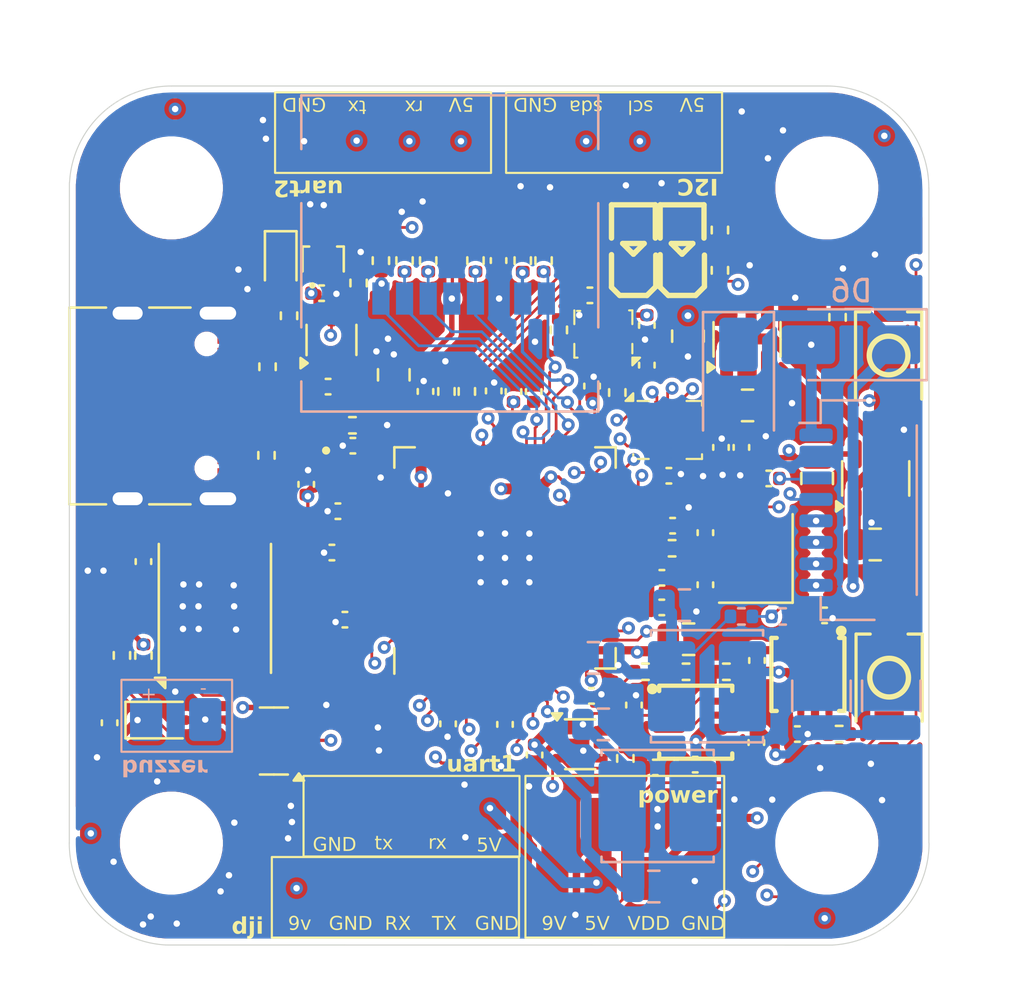
<source format=kicad_pcb>
(kicad_pcb (version 20241229) (generator "pcbnew") (generator_version "9.0")
  (layers (0 "F.Cu" signal) (4 "In1.Cu" signal) (6 "In2.Cu" signal) (2 "B.Cu" signal) (13 "F.Paste" user) (15 "B.Paste" user) (5 "F.SilkS" user "F.Silkscreen") (7 "B.SilkS" user "B.Silkscreen") (1 "F.Mask" user) (3 "B.Mask" user) (25 "Edge.Cuts" user))
  (net 0 "")
  (net 1 "VDD")
  (net 2 "+1V1")
  (net 3 "GND")
  (net 4 "/VREG_AVDD")
  (net 5 "Net-(C9-Pad1)")
  (net 6 "/XIN")
  (net 7 "+5V")
  (net 8 "LIPO_5V")
  (net 9 "BAT_VOLTAGE")
  (net 10 "BAT_CURR")
  (net 11 "VACC")
  (net 12 "Net-(U1-VCC)")
  (net 13 "Net-(U1-BST)")
  (net 14 "Net-(U7-VCC)")
  (net 15 "PIO_UART2_RX")
  (net 16 "PIO_UART2_TX")
  (net 17 "USB_5V")
  (net 18 "Net-(D1-A)")
  (net 19 "Net-(D2-K)")
  (net 20 "Net-(D2-A)")
  (net 21 "Net-(D3-A)")
  (net 22 "Net-(D4-A)")
  (net 23 "BAT_POWER")
  (net 24 "TELEMETRY")
  (net 25 "MOTOR_4")
  (net 26 "MOTOR_1")
  (net 27 "MOTOR_3")
  (net 28 "MOTOR_2")
  (net 29 "/QSPI_SS")
  (net 30 "Net-(Q2-B)")
  (net 31 "/~{USB_BOOT}")
  (net 32 "Net-(R2-Pad2)")
  (net 33 "Net-(USB1-CC1)")
  (net 34 "Net-(USB1-CC2)")
  (net 35 "yellow_led")
  (net 36 "green_led")
  (net 37 "/XOUT")
  (net 38 "Net-(U4-RUN)")
  (net 39 "Net-(U7-SW)")
  (net 40 "Net-(U7-BST)")
  (net 41 "/QSPI_SD3")
  (net 42 "USART1_RX")
  (net 43 "/QSPI_SD0")
  (net 44 "/QSPI_SD1")
  (net 45 "USB_D+")
  (net 46 "/QSPI_SCLK")
  (net 47 "USART1_TX")
  (net 48 "/QSPI_SD2")
  (net 49 "DAT3")
  (net 50 "I2C_SCK")
  (net 51 "DJI_TX0")
  (net 52 "SD_CLK")
  (net 56 "I2C1_SDA")
  (net 57 "CMD")
  (net 58 "IMU_CS")
  (net 59 "IMU_CLK")
  (net 60 "DAT2")
  (net 61 "IMU_INT")
  (net 63 "USB_D-")
  (net 64 "/SWCLK")
  (net 67 "IMU_SDA")
  (net 68 "DJI_RX0")
  (net 69 "/VREG_LX")
  (net 70 "I2C_SDA")
  (net 72 "IMU_SDO")
  (net 74 "DAT1")
  (net 76 "I2C1_SCL")
  (net 77 "DAT0")
  (net 78 "/SWD")
  (net 80 "Net-(U1-FB)")
  (net 81 "Net-(U1-PG)")
  (net 82 "Net-(U7-FB)")
  (net 83 "Net-(U7-PG)")
  (net 84 "+9V")
  (net 85 "LED_4")
  (net 86 "LED_1")
  (net 87 "LED_2")
  (net 88 "LED_3")
  (net 89 "Net-(U10-~{CE})")
  (net 94 "BAT_POW_PROT")
  (net 95 "VCC")
  (net 96 "Net-(U1-SW)")
  (net 97 "buzz")
  (footprint "footprint_lib:signal_pad" (layer "F.Cu") (at 47.975 31.575 180)
    (property "Reference" "J13" (hide yes))
    (property "Value" "Conn_01x01")
  )
  (footprint "Resistor_SMD:R_0402_1005Metric" (layer "F.Cu") (at 48.65 37.135 -90)
    (property "Reference" "R24" (hide yes))
    (property "Value" "10k")
  )
  (footprint "footprint_lib:signal_pad" (layer "F.Cu") (at 44.825 66.35)
    (property "Reference" "J16" (hide yes))
    (property "Value" "Conn_01x01" (hide yes))
  )
  (footprint "footprint_lib:signal_pad" (layer "F.Cu") (at 40.325 66.35)
    (property "Reference" "J5" (hide yes))
    (property "Value" "Conn_01x01" (hide yes))
  )
  (footprint "Capacitor_SMD:C_0402_1005Metric" (layer "F.Cu") (at 40.775 47.55 90)
    (property "Reference" "C31" (hide yes))
    (property "Value" "4.7u")
  )
  (footprint "MountingHole:MountingHole_4.3mm_M4" (layer "F.Cu") (at 34.5 64.25)
    (property "Reference" "REF**" (hide yes))
    (property "Value" "MountingHole_4.3mm_M4" (hide yes))
  )
  (footprint "Resistor_SMD:R_0402_1005Metric" (layer "F.Cu") (at 39.975 39.7 90)
    (property "Reference" "R11" (hide yes))
    (property "Value" "1k")
  )
  (footprint "Resistor_SMD:R_0402_1005Metric" (layer "F.Cu") (at 38.925 46.2 -90)
    (property "Reference" "R15" (hide yes))
    (property "Value" "5.1k" (hide yes))
  )
  (footprint "footprint_lib:signal_pad" (layer "F.Cu") (at 44.45 62.625)
    (property "Reference" "J7" (hide yes))
    (property "Value" "Conn_01x01" (hide yes))
  )
  (footprint "Capacitor_SMD:C_0402_1005Metric" (layer "F.Cu") (at 33.2 51.145 -90)
    (property "Reference" "C37" (hide yes))
    (property "Value" "100nf")
  )
  (footprint "Resistor_SMD:R_0402_1005Metric" (layer "F.Cu") (at 55.25 43.275 -90)
    (property "Reference" "R29" (hide yes))
    (property "Value" "10k")
  )
  (footprint "Capacitor_SMD:C_0402_1005Metric" (layer "F.Cu") (at 54.075 42.975 90)
    (property "Reference" "C12" (hide yes))
    (property "Value" "100nf")
  )
  (footprint "Capacitor_SMD:C_0402_1005Metric" (layer "F.Cu") (at 42.945 45.75 180)
    (property "Reference" "C3" (hide yes))
    (property "Value" "4.7u")
  )
  (footprint "Resistor_SMD:R_0402_1005Metric" (layer "F.Cu") (at 65.575 59.175 180)
    (property "Reference" "R10" (hide yes))
    (property "Value" "100k")
  )
  (footprint "footprint_lib:signal_pad" (layer "F.Cu") (at 56.3 31.575)
    (property "Reference" "J27" (hide yes))
    (property "Value" "Conn_01x01")
  )
  (footprint "footprint_lib:L_pol_2016" (layer "F.Cu") (at 42.6 47.275)
    (property "Reference" "L3" (hide yes))
    (property "Value" "3.3u")
  )
  (footprint "footprint_lib:signal_pad" (layer "F.Cu") (at 45.575 31.575 180)
    (property "Reference" "J8" (hide yes))
    (property "Value" "Conn_01x01" (hide yes))
  )
  (footprint "Package_TO_SOT_SMD:SOT-23-5" (layer "F.Cu") (at 61.2875 40.8 90)
    (property "Reference" "U2" (hide yes))
    (property "Value" "TLV75533PDBV")
  )
  (footprint "Capacitor_SMD:C_0402_1005Metric" (layer "F.Cu") (at 51.4 60.15 -90)
    (property "Reference" "C40" (hide yes))
    (property "Value" "1uf")
  )
  (footprint "Capacitor_SMD:C_0402_1005Metric" (layer "F.Cu") (at 62.3 47.275)
    (property "Reference" "C22" (hide yes))
    (property "Value" "100nf")
  )
  (footprint "Capacitor_SMD:C_0402_1005Metric" (layer "F.Cu") (at 61.025 45.83 90)
    (property "Reference" "C27" (hide yes))
    (property "Value" "2.2uf")
  )
  (footprint "Capacitor_SMD:C_0805_2012Metric" (layer "F.Cu") (at 61.3125 43.875)
    (property "Reference" "C14" (hide yes))
    (property "Value" "1uf")
  )
  (footprint "Capacitor_SMD:C_0402_1005Metric" (layer "F.Cu") (at 57.825 49.475)
    (property "Reference" "C2" (hide yes))
    (property "Value" "4.7u")
  )
  (footprint "footprint_lib:signal_pad" (layer "F.Cu") (at 46.95 62.625)
    (property "Reference" "J6" (hide yes))
    (property "Value" "Conn_01x01" (hide yes))
  )
  (footprint "Capacitor_SMD:C_0402_1005Metric" (layer "F.Cu") (at 57.32 53.28)
    (property "Reference" "C42" (hide yes))
    (property "Value" "100nf")
  )
  (footprint "footprint_lib:signal_pad" (layer "F.Cu") (at 51.3 31.575)
    (property "Reference" "J28" (hide yes))
    (property "Value" "Conn_01x01")
  )
  (footprint "footprint_lib:signal_pad" (layer "F.Cu") (at 49.325 66.35)
    (property "Reference" "J18" (hide yes))
    (property "Value" "Conn_01x01" (hide yes))
  )
  (footprint "footprint_lib:signal_pad" (layer "F.Cu") (at 56.725 65.9)
    (property "Reference" "J25" (hide yes))
    (property "Value" "Conn_01x01" (hide yes))
  )
  (footprint "Capacitor_SMD:C_0402_1005Metric" (layer "F.Cu") (at 31.625 58.65 -90)
    (property "Reference" "C16" (hide yes))
    (property "Value" "100nf")
  )
  (footprint "footprint_lib:signal_pad" (layer "F.Cu") (at 47.075 66.35)
    (property "Reference" "J17" (hide yes))
    (property "Value" "Conn_01x01" (hide yes))
  )
  (footprint "footprint_lib:signal_pad" (layer "F.Cu") (at 52.225 65.9)
    (property "Reference" "J23" (hide yes))
    (property "Value" "Conn_01x01" (hide yes))
  )
  (footprint "Resistor_SMD:R_0402_1005Metric" (layer "F.Cu") (at 57.8 50.525)
    (property "Reference" "R26" (hide yes))
    (property "Value" "1k")
  )
  (footprint "Resistor_SMD:R_0402_1005Metric" (layer "F.Cu") (at 32.2 55.515 -90)
    (property "Reference" "R1" (hide yes))
    (property "Value" "10k")
  )
  (footprint "footprint_lib:signal_pad" (layer "F.Cu") (at 49.325 62.625)
    (property "Reference" "J3" (hide yes))
    (property "Value" "Conn_01x01")
  )
  (footprint "easyeda2kicad:LED0805-R-RD" (layer "F.Cu") (at 58.265 36.535 90)
    (property "Reference" "D3" (hide yes))
    (property "Value" "C2296" (hide yes))
  )
  (footprint "Resistor_SMD:R_0402_1005Metric" (layer "F.Cu") (at 60.025 35.71 -90)
    (property "Reference" "R13" (hide yes))
    (property "Value" "10k")
  )
  (footprint "Capacitor_SMD:C_0402_1005Metric" (layer "F.Cu") (at 47.375 58.7 -90)
    (property "Reference" "C49" (hide yes))
    (property "Value" "100nf")
  )
  (footprint "Package_LGA:Bosch_LGA-8_2x2.5mm_P0.65mm_ClockwisePinNumbering" (layer "F.Cu") (at 54.6 40.55 180)
    (property "Reference" "U8" (hide yes))
    (property "Value" "BMP280")
  )
  (footprint "footprint_lib:signal_pad" (layer "F.Cu") (at 58.8 31.575)
    (property "Reference" "J29" (hide yes))
    (property "Value" "Conn_01x01")
  )
  (footprint "footprint_lib:signal_pad" (layer "F.Cu") (at 42.025 62.625)
    (property "Reference" "J1" (hide yes))
    (property "Value" "Conn_01x01")
  )
  (footprint "footprint_lib:signal_pad" (layer "F.Cu") (at 53.8 31.575)
    (property "Reference" "J26" (hide yes))
    (property "Value" "Conn_01x01")
  )
  (footprint "footprint_lib:RP2350-QFN-80-1EP_10x10_P0.4mm_EP3.4x3.4mm_ThermalVias" (layer "F.Cu") (at 50.025 50.975 90)
    (property "Reference" "U4" (hide yes))
    (property "Value" "RP2350_80QFN")
  )
  (footprint "Resistor_SMD:R_0402_1005Metric" (layer "F.Cu") (at 50.85 37.135 -90)
    (property "Reference" "R27" (hide yes))
    (property "Value" "10k")
  )
  (footprint "footprint_lib:led_ring" (layer "F.Cu") (at 64.075 34.925)
    (property "Reference" "J19" (hide yes))
    (property "Value" "Conn_01x03" (hide yes))
  )
  (footprint "MountingHole:MountingHole_4.3mm_M4" (layer "F.Cu") (at 65 33.75)
    (property "Reference" "REF**" (hide yes))
    (property "Value" "MountingHole_4.3mm_M4" (hide yes))
  )
  (footprint "Resistor_SMD:R_0402_1005Metric" (layer "F.Cu") (at 60.325 56.275)
    (property "Reference" "R7" (hide yes))
    (property "Value" "100k")
  )
  (footprint "Capacitor_SMD:C_0402_1005Metric" (layer "F.Cu") (at 56.625 40.15 -90)
    (property "Reference" "C47" (hide yes))
    (property "Value" "2.2uf")
  )
  (footprint "Diode_SMD:D_SOD-323" (layer "F.Cu") (at 33.975 58.525)
    (property "Reference" "D4" (hide yes))
    (property "Value" "D_Schottky")
  )
  (footprint "footprint_lib:led_ring" (layer "F.Cu") (at 35.35 63.2 180)
    (property "Reference" "J21" (hide yes))
    (property "Value" "Conn_01x03" (hide yes))
  )
  (footprint "Capacitor_SMD:C_0402_1005Metric" (layer "F.Cu") (at 63.63 59.175)
    (property "Reference" "C33" (hide yes))
    (property "Value" "100n")
  )
  (footprint "Resistor_SMD:R_0402_1005Metric" (layer "F.Cu") (at 65.5 39.775 90)
    (property "Reference" "R2" (hide yes))
    (property "Value" "10k")
  )
  (footprint "Resistor_SMD:R_0402_1005Metric" (layer "F.Cu") (at 45.35 37.135 -90)
    (property "Reference" "R22" (hide yes))
    (property "Value" "10k")
  )
  (footprint "Capacitor_SMD:C_0402_1005Metric" (layer "F.Cu") (at 41.7925 43 180)
    (property "Reference" "C39" (hide yes))
    (property "Value" "1uf")
  )
  (footprint "Capacitor_SMD:C_0805_2012Metric" (layer "F.Cu") (at 67.25 50.35 180)
    (property "Reference" "C23" (hide yes))
    (property "Value" "1uf")
  )
  (footprint "easyeda2kicad:SW-SMD_L3.9-W3.0-P4.45" (layer "F.Cu") (at 67.875 41.55 -90)
    (property "Reference" "SW2" (hide yes))
    (property "Value" "SW_Push" (hide yes))
  )
  (footprint "Capacitor_SMD:C_0402_1005Metric" (layer "F.Cu") (at 49.5 43.2 90)
    (property "Reference" "C21" (hide yes))
    (property "Value" "100nf")
  )
  (footprint "Package_TO_SOT_SMD:SOT-363_SC-70-6" (layer "F.Cu") (at 53.525 59.65)
    (property "Reference" "U10" (hide yes))
    (property "Value" "LM66100DCK")
  )
  (footprint "footprint_lib:signal_pad" (layer "F.Cu") (at 42.575 66.35)
    (property "Reference" "J15" (hide yes))
    (property "Value" "Conn_01x01" (hide yes))
  )
  (footprint "Package_SON:WSON-8-1EP_6x5mm_P1.27mm_EP3.4x4.3mm" (layer "F.Cu") (at 36.525 53.325 90)
    (property "Reference" "U3" (hide yes))
    (property "Value" "W25Q128JVP")
  )
  (footprint "footprint_lib:signal_pad" (layer "F.Cu") (at 58.975 65.9)
    (property "Reference" "J4" (hide yes))
    (property "Value" "Conn_01x01" (hide yes))
  )
  (footprint "MountingHole:MountingHole_4.3mm_M4" (layer "F.Cu") (at 65 64.25)
    (property "Reference" "REF**" (hide yes))
    (property "Value" "MountingHole_4.3mm_M4" (hide yes))
  )
  (footprint "Capacitor_SMD:C_0402_1005Metric" (layer "F.Cu") (at 51.36 43.23 90)
    (property "Reference" "C6" (hide yes))
    (property "Value" "100nf")
  )
  (footprint "Capacitor_SMD:C_0402_1005Metric" (layer "F.Cu") (at 61.75 55.75 -90)
    (property "Reference" "C35" (hide yes))
    (property "Value" "100nf")
  )
  (footprint "Capacitor_SMD:C_0805_2012Metric" (layer "F.Cu") (at 64.55 47.275 90)
    (property "Reference" "C24" (hide yes))
    (property "Value" "1uf")
  )
  (footprint "easyeda2kicad:QFN-8_L3.0-W3.0-P0.65-BL" (layer "F.Cu") (at 58.9 58.625 -90)
    (property "Reference" "U1" (hide yes))
    (property "Value" "MP9943GQ(TOKMAS)")
  )
  (footprint "Resistor_SMD:R_0402_1005Metric" (layer "F.Cu") (at 55.625 60.31 90)
    (property "Reference" "R3" (hide yes))
    (property "Value" "10k")
  )
  (footprint "footprint_lib:led_ring" (layer "F.Cu") (at 35.675 34.675 90)
    (property "Reference" "J20" (hide yes))
    (property "Value" "Conn_01x03" (hide yes))
  )
  (footprint "Capacitor_SMD:C_0402_1005Metric" (layer "F.Cu") (at 46.325 43.225 90)
    (property "Reference" "C5" (hide yes))
    (property "Value" "100nf")
  )
  (footprint "Capacitor_SMD:C_0402_1005Metric" (layer "F.Cu") (at 50.42 43.23 -90)
    (property "Reference" "C11" (hide yes))
    (property "Value" "100nf")
  )
  (footprint "Resistor_SMD:R_0402_1005Metric" (layer "F.Cu") (at 58.45 56.275 180)
    (property "Reference" "R6" (hide yes))
    (property "Value" "24.9k")
  )
  (footprint "Resistor_SMD:R_0402_1005Metric" (layer "F.Cu") (at 60.025 37.585 -90)
    (property "Reference" "R12" (hide yes))
    (property "Value" "100k")
  )
  (footprint "footprint_lib:signal_pad" (layer "F.Cu") (at 40.675 31.575 180)
    (property "Reference" "J14" (hide yes))
    (property "Value" "Conn_01x01")
  )
  (footprint "footprint_lib:signal_pad" (layer "F.Cu") (at 43.075 31.575 180)
    (property "Reference" "J9" (hide yes))
    (property "Value" "Conn_01x01" (hide yes))
  )
  (footprint "Resistor_SMD:R_0402_1005Metric" (layer "F.Cu") (at 51.82 37.135 -90)
    (property "Reference" "R28" (hide yes))
    (property "Value" "10k")
  )
  (footprint "Capacitor_SMD:C_0402_1005Metric" (layer "F.Cu") (at 41.49 38.65)
    (property "Reference" "C41" (hide yes))
    (property "Value" "100nf")
  )
  (footprint "Resistor_SMD:R_0402_1005Metric" (layer "F.Cu") (at 43.2125 38.175 90)
    (property "Reference" "R4" (hide yes))
    (property "Value" "10k")
  )
  (footprint "Package_TO_SOT_SMD:SOT-416" (layer "F.Cu") (at 41.5625 36.9875 90)
    (property "Reference" "Q2" (hide yes))
    (property "Value" "NPN")
  )
  (footprint "easyeda2kicad:SW-SMD_L3.9-W3.0-P4.45" (layer "F.Cu") (at 67.9 56.55 -90)
    (property "Reference" "SW1" (hide yes))
    (property "Value" "SW_Push" (hide yes))
  )
  (footprint "Resistor_SMD:R_0402_1005Metric" (layer "F.Cu") (at 33.2 55.515 -90)
    (property "Reference" "R25" (hide yes))
    (property "Value" "0")
  )
  (footprint "Resistor_SMD:R_0402_1005Metric" (layer "F.Cu") (at 48.25 43.225 -90)
    (property "Reference" "R21" (hide yes))
    (property "Value" "1k" (hide yes))
  )
  (footprint "Resistor_SMD:R_0402_1005Metric" (layer "F.Cu") (at 42.925 44.8)
    (property "Reference" "R8" (hide yes))
    (property "Value" "33r")
  )
  (footprint "Capacitor_SMD:C_0402_1005Metric" (layer "F.Cu") (at 42.25 48.8 180)
    (property "Reference" "C7" (hide yes))
    (property "Value" "4.7u")
  )
  (footprint "easyeda2kicad:QFN-8_L3.0-W3.0-P0.65-BL" (layer "F.Cu") (at 64.12 56.4 180)
    (property "Reference" "U7" (hide yes))
    (property "Value" "MP9943GQ(TOKMAS)")
  )
  (footprint "Package_TO_SOT_SMD:SOT-23-5" (layer "F.Cu") (at 67.275 47.275 90)
    (property "Reference" "U6" (hide yes))
    (property "Value" "LP5907MFX-3.3")
  )
  (footprint "Capacitor_SMD:C_0402_1005Metric" (layer "F.Cu") (at 64.895 53.65)
    (property "Reference" "C32" (hide yes))
    (property "Value" "1uf")
  )
  (footprint "easyeda2kicad:LED0805-R-RD" (layer "F.Cu") (at 56 36.535 90)
    (property "Reference" "D1" (hide yes))
    (property "Value" "C2297" (hide yes))
  )
  (footprint "Capacitor_SMD:C_0402_1005Metric" (layer "F.Cu") (at 59.35 49.8 90)
    (property "Reference" "C9" (hide yes))
    (property "Value" "15p")
  )
  (footprint "Package_TO_SOT_SMD:SOT-23" (layer "F.Cu") (at 39.27 59.5 180)
    (property "Reference" "Q1" (hide yes))
    (property "Value" "AO3400A")
  )
  (footprint "Capacitor_SMD:C_0402_1005Metric" (layer "F.Cu") (at 54.05 57.4)
    (property "Reference" "C43" (hide yes))
    (property "Value" "100nf")
  )
  (footprint "footprint_lib:signal_pad" (layer "F.Cu") (at 54.475 65.9)
    (property "Reference" "J24" (hide yes))
    (property "Value" "Conn_01x01" (hide yes))
  )
  (footprint "Capacitor_SMD:C_0402_1005Metric" (layer "F.Cu") (at 53.975 38.75 180)
    (property "Reference" "C46" (hide yes))
    (property "Value" "100nf")
  )
  (footprint "Resistor_SMD:R_0402_1005Metric" (layer "F.Cu") (at 56.56 56.275 180)
    (property "Reference" "R5" (hide yes))
    (property "Value" "100k")
  )
  (footprint "Capacitor_SMD:C_0402_1005Metric" (layer "F.Cu") (at 59.35 52.225 -90)
    (property "Reference" "C10" (hide yes))
    (property "Value" "15p")
  )
  (footprint "LED_SMD:LED_0603_1608Metric" (layer "F.Cu") (at 39.5875 37.25 -90)
    (property "Reference" "D2" (hide yes))
    (property "Value" "LED")
  )
  (footprint "Capacitor_SMD:C_0402_1005Metric" (layer "F.Cu") (at 50.025 58.725 -90)
    (property "Reference" "C8" (hide yes))
    (property "Value" "100n")
  )
  (footprint "Capacitor_SMD:C_0402_1005Metric" (layer "F.Cu") (at 56.025 57.825 90)
    (property "Reference" "C28" (hide yes))
    (property "Value" "1uf")
  )
  (footprint "Capacitor_SMD:C_0402_1005Metric" (layer "F.Cu") (at 57.02 60.73)
    (property "Reference" "C38" (hide yes))
    (property "Value" "100nf")
  )
  (footprint "Capacitor_SMD:C_0402_1005Metric" (layer "F.Cu") (at 58.875 60.6)
    (property "Reference" "C29" (hide yes))
    (property "Value" "100nf")
  )
  (footprint "Resistor_SMD:R_0402_1005Metric" (layer "F.Cu") (at 47.3 43.225 -90)
    (property "Reference" "R19" (hide yes))
    (property "Value" "1k" (hide yes))
  )
  (footprint "Capacitor_SMD:C_0402_1005Metric" (layer "F.Cu") (at 42.575 53.85 180)
    (property "Reference" "C4" (hide yes))
    (property "Value" "100nf")
  )
  (footprint "Resistor_SMD:R_0402_1005Metric" (layer "F.Cu") (at 44.25 37.135 -90)
    (property "Reference" "R20" (hide yes))
    (property "Value" "10k")
  )
  (footprint "Capacitor_SMD:C_0402_1005Metric" (layer "F.Cu") (at 49.725 37.13 90)
    (property "Reference" "C15" (hide yes))
    (property "Value" "100nf" (hide yes))
  )
  (footprint "Resistor_SMD:R_0402_1005Metric" (layer "F.Cu") (at 46.45 37.135 -90)
    (property "Reference" "R23" (hide yes))
    (property "Value" "10k")
  )
  (footprint "Connector_USB:USB_C_Receptacle_G-Switch_GT-USB-7010ASV" (layer "F.Cu") (at 33.54 43.9 -90)
    (property "Reference" "USB1" (hide yes))
    (property "Value" "USB_C_Receptacle_USB2.0_14P")
  )
  (footprint "footprint_lib:signal_pad" (layer "F.Cu") (at 52.225 63.15)
    (property "Reference" "J10" (hide yes))
    (property "Value" "Conn_01x01" (hide yes))
  )
  (footprint "Capacitor_SMD:C_0402_1005Metric" (layer "F.Cu") (at 57.65 47.15)
    (property "Reference" "C26" (hide yes))
    (property "Value" "100nf")
  )
  (footprint "Package_TO_SOT_SMD:SOT-363_SC-70-6" (layer "F.Cu") (at 41.95 40.825 90)
    (property "Reference" "U9" (hide yes))
    (property "Value" "LM66100DCK")
  )
  (footprint "footprint_lib:signal_pad" (layer "F.Cu") (at 54.475 63.15)
    (property "Reference" "J11" (hide yes))
    (property "Value" "Conn_01x01" (hide yes))
  )
  (footprint "Capacitor_SMD:C_0402_1005Metric" (layer "F.Cu") (at 61.72 59.57 90)
    (property "Reference" "C17" (hide yes))
    (property "Value" "100n")
  )
  (footprint "Capacitor_SMD:C_0402_1005Metric" (layer "F.Cu") (at 56.625 42 90)
    (property "Reference" "C45" (hide yes))
    (property "Value" "100nf")
  )
  (footprint "Capacitor_SMD:C_0402_1005Metric" (layer "F.Cu") (at 41.97 50.725 180)
    (property "Reference" "C1" (hide yes))
    (property "Value" "100nf")
  )
  (footprint "footprint_lib:led_ring" (layer "F.Cu") (at 63.9 63.15 -90)
    (property "Reference" "J22" (hide yes))
    (property "Value" "Conn_01x03" (hide yes))
  )
  (footprint "Capacitor_SMD:C_0805_2012Metric" (layer "F.Cu") (at 58.5375 40.65 -90)
    (property "Reference" "C13" (hide yes))
    (property "Value" "1uf")
  )
  (footprint "Package_LGA:Bosch_LGA-14_3x2.5mm_P0.5mm" (layer "F.Cu") (at 57.5925 45.0175)
    (property "Reference" "U5" (hide yes))
    (property "Value" "ICM-42688-P")
  )
  (footprint "Capacitor_SMD:C_0402_1005Metric" (layer "F.Cu") (at 57.325 51.9)
    (property "Reference" "C51" (hide yes))
    (property "Value" "100nf")
  )
  (footprint "Resistor_SMD:R_0402_1005Metric" (layer "F.Cu") (at 52.53 40.36 90)
    (property "Reference" "R30" (hide yes))
    (property "Value" "10k")
  )
  (footprint "Crystal:Crystal_SMD_3225-4Pin_3.2x2.5mm" (layer "F.Cu") (at 61.7 51 90)
    (property "Reference" "Y1" (hide yes))
    (property "Value" "ABM8-272-T3")
  )
  (footprint "Capacitor_SMD:C_0805_2012Metric" (layer "F.Cu") (at 58.57 54.76)
    (property "Reference" "C48" (hide yes))
    (property "Value" "10uf")
  )
  (footprint "MountingHole:MountingHole_4.3mm_M4" (layer "F.Cu") (at 34.5 33.75)
    (property "Reference" "REF**" (hide yes))
    (property "Value" "MountingHole_4.3mm_M4" (hide yes))
  )
  (footprint "Capacitor_SMD:C_0402_1005Metric" (layer "F.Cu") (at 60.075 45.83 90)
    (property "Reference" "C25" (hide yes))
    (property "Value" "100nf")
  )
  (footprint "Capacitor_SMD:C_0805_2012Metric" (layer "F.Cu") (at 44.85 42.45 90)
    (property "Reference" "C44" (hide yes))
    (property "Value" "10uf")
  )
  (footprint "Resistor_SMD:R_0402_1005Metric" (layer "F.Cu") (at 38.975 42.075 -90)
    (property "Reference" "R16" (hide yes))
    (property "Value" "5.1k" (hide yes))
  )
  (footprint "Resistor_SMD:R_0402_1005Metric" (layer "B.Cu") (at 61.025 53.7 180)
    (property "Reference" "R9" (hide yes))
    (property "Value" "100k")
  )
  (footprint "Capacitor_SMD:C_0805_2012Metric" (layer "B.Cu") (at 58.375 53.175)
    (property "Reference" "C30" (hide yes))
    (property "Value" "22u")
  )
  (footprint "Capacitor_SMD:C_1210_3225Metric" (layer "B.Cu") (at 68 57.4 90)
    (property "Reference" "C19" (hide yes))
    (property "Value" "10u")
  )
  (footprint "Resistor_SMD:R_0402_1005Metric" (layer "B.Cu") (at 62.94 53.7 180)
    (property "Reference" "R14" (hide yes))
    (property "Value" "24.9k")
  )
  (footprint "Capacitor_SMD:C_1210_3225Metric" (layer "B.Cu") (at 64.75 57.4 90)
    (property "Reference" "C34" (hide yes))
    (property "Value" "10u")
  )
  (footprint "Capacitor_SMD:C_0805_2012Metric" (layer "B.Cu") (at 54.6 58.725)
    (property "Reference" "C18" (hide yes))
    (property "Value" "22u")
  )
  (footprint "Inductor_SMD:L_Cenker_CKCS5040" (layer "B.Cu") (at 59.425 56.95 180)
    (property "Reference" "L2" (hide yes))
    (property "Value" "22uH")
  )
  (footprint "Connector_Card:microSD_HC_Molex_47219-2001" (layer "B.Cu") (at 47.455 36.8)
    (property "Reference" "J12" (hide yes))
    (property "Value" "Micro_SD_Card")
  )
  (footprint "Capacitor_SMD:C_0805_2012Metric" (layer "B.Cu") (at 56.95 66.275)
    (property "Reference" "C20" (hide yes))
    (property "Value" "22u")
  )
  (footprint "Connector_JST:JST_SH_SM08B-SRSS-TB_1x08-1MP_P1.00mm_Horizontal" (layer "B.Cu") (at 66.5 48.75 -90)
    (property "Reference" "J2" (hide yes))
    (property "Value" "Conn_01x08" (hide yes))
  )
  (footprint "footprint_lib:signal_pad" (layer "B.Cu") (at 36.075 58.5 180)
    (property "Reference" "TP2" (hide yes))
    (property "Value" "BUZZER-" (hide yes))
  )
  (footprint "Inductor_SMD:L_Cenker_CKCS5040" (layer "B.Cu") (at 57.125 62.525 180)
    (property "Reference" "L1" (hide yes))
    (property "Value" "22uH")
  )
  (footprint "Capacitor_SMD:C_0805_2012Metric" (layer "B.Cu") (at 54.14 55.63 180)
    (property "Reference" "C36" (hide yes))
    (property "Value" "22u")
  )
  (footprint "footprint_lib:signal_pad" (layer "B.Cu") (at 33.325 58.5 180)
    (property "Reference" "TP1" (hide yes))
    (property "Value" "BUZZER+" (hide yes))
  )
  (footprint "Diode_SMD:D_SMA" (layer "B.Cu") (at 66.1375 41.05 180)
    (property "Reference" "D6")
    (property "Value" "D_Schottky")
  )
  (footprint "Diode_SMD:D_SMA" (layer "B.Cu") (at 60.89 43.04 -90)
    (property "Reference" "D8" (hide yes))
    (property "Value" "SMAJ30A" (hide yes))
  )
  (gr_rect (start 39.325 29.3) (end 49.375 33.05) (stroke (width 0.1)) (fill no) (layer "F.SilkS"))
  (gr_rect (start 50.975 61.125) (end 60.225 68.65) (stroke (width 0.1)) (fill no) (layer "F.SilkS"))
  (gr_rect (start 39.175 64.9) (end 50.675 68.65) (stroke (width 0.1)) (fill no) (layer "F.SilkS"))
  (gr_rect (start 40.65 61.125) (end 50.7 64.875) (stroke (width 0.1)) (fill no) (layer "F.SilkS"))
  (gr_rect (start 50.075 29.3) (end 60.125 33.05) (stroke (width 0.1)) (fill no) (layer "F.SilkS"))
  (gr_rect (start 32.175 56.65) (end 37.325 60) (stroke (width 0.1)) (fill no) (layer "B.SilkS"))
  (gr_arc (start 34.25 68.995834) (mid 31.05228 67.520882) (end 29.747586 64.25) (stroke (width 0.05)) (layer "Edge.Cuts"))
  (gr_arc (start 65 29.004166) (mid 68.355811 30.394189) (end 69.745834 33.75) (stroke (width 0.05)) (layer "Edge.Cuts"))
  (gr_arc (start 69.756574 64.25) (mid 68.450662 67.523824) (end 65.25 69) (stroke (width 0.05)) (layer "Edge.Cuts"))
  (gr_arc (start 29.760737 33.500346) (mid 31.233647 30.307054) (end 34.5 29.004166) (stroke (width 0.05)) (layer "Edge.Cuts"))
  (gr_line (start 69.75 33.75) (end 69.75 64.25) (stroke (width 0.05)) (layer "Edge.Cuts"))
  (gr_line (start 65.25 69) (end 34.25 68.995834) (stroke (width 0.05)) (layer "Edge.Cuts"))
  (gr_line (start 29.75 64.25) (end 29.754166 33.5) (stroke (width 0.05)) (layer "Edge.Cuts"))
  (gr_line (start 65 29.004166) (end 34.5 29.004166) (stroke (width 0.05)) (layer "Edge.Cuts"))
  (gr_text "sda\n" (at 54.575 29.575 180) (layer "F.SilkS") (effects (font (size 0.635 0.635) (thickness 0.1)) (justify left bottom)))
  (gr_text "GND" (at 41.075 64.725 0) (layer "F.SilkS") (effects (font (size 0.635 0.635) (thickness 0.1)) (justify left bottom)))
  (gr_text "5V\n" (at 53.725 68.4 0) (layer "F.SilkS") (effects (font (size 0.635 0.635) (thickness 0.1)) (justify left bottom)))
  (gr_text "5V\n" (at 48.7 64.75 0) (layer "F.SilkS") (effects (font (size 0.635 0.635) (thickness 0.1)) (justify left bottom)))
  (gr_text "GND" (at 48.625 68.4 0) (layer "F.SilkS") (effects (font (size 0.635 0.635) (thickness 0.1)) (justify left bottom)))
  (gr_text "5V\n" (at 59.325 29.45 180) (layer "F.SilkS") (effects (font (size 0.635 0.635) (thickness 0.1)) (justify left bottom)))
  (gr_text "I2C" (at 59.95 33.2 180) (layer "F.SilkS") (effects (font (size 0.762 0.762) (thickness 0.1)) (justify left bottom)))
  (gr_text "power" (at 56.2 62.5 0) (layer "F.SilkS") (effects (font (size 0.762 0.762) (thickness 0.1)) (justify left bottom)))
  (gr_text "tx\n" (at 43.95 64.65 0) (layer "F.SilkS") (effects (font (size 0.635 0.635) (thickness 0.1)) (justify left bottom)))
  (gr_text "GND" (at 41.825 68.4 0) (layer "F.SilkS") (effects (font (size 0.635 0.635) (thickness 0.1)) (justify left bottom)))
  (gr_text "TX\n" (at 46.625 68.4 0) (layer "F.SilkS") (effects (font (size 0.635 0.635) (thickness 0.1)) (justify left bottom)))
  (gr_text "GND" (at 52.45 29.45 180) (layer "F.SilkS") (effects (font (size 0.635 0.635) (thickness 0.1)) (justify left bottom)))
  (gr_text "RX" (at 44.425 68.4 0) (layer "F.SilkS") (effects (font (size 0.635 0.635) (thickness 0.1)) (justify left bottom)))
  (gr_text "9v" (at 39.925 68.4 0) (layer "F.SilkS") (effects (font (size 0.635 0.635) (thickness 0.1)) (justify left bottom)))
  (gr_text "rx\n" (at 46.225 29.575 180) (layer "F.SilkS") (effects (font (size 0.635 0.635) (thickness 0.1)) (justify left bottom)))
  (gr_text "dji\n" (at 37.3 68.6 0) (layer "F.SilkS") (effects (font (size 0.762 0.762) (thickness 0.1)) (justify left bottom)))
  (gr_text "uart1" (at 47.3 61.05 0) (layer "F.SilkS") (effects (font (size 0.762 0.762) (thickness 0.1)) (justify left bottom)))
  (gr_text "5V\n" (at 48.575 29.45 180) (layer "F.SilkS") (effects (font (size 0.635 0.635) (thickness 0.1)) (justify left bottom)))
  (gr_text "GND" (at 58.225 68.4 0) (layer "F.SilkS") (effects (font (size 0.635 0.635) (thickness 0.1)) (justify left bottom)))
  (gr_text "tx\n" (at 43.575 29.575 180) (layer "F.SilkS") (effects (font (size 0.635 0.635) (thickness 0.1)) (justify left bottom)))
  (gr_text "uart2" (at 42.5 33.275 180) (layer "F.SilkS") (effects (font (size 0.762 0.762) (thickness 0.1)) (justify left bottom)))
  (gr_text "rx\n" (at 46.45 64.625 0) (layer "F.SilkS") (effects (font (size 0.635 0.635) (thickness 0.1)) (justify left bottom)))
  (gr_text "9V\n" (at 51.725 68.4 0) (layer "F.SilkS") (effects (font (size 0.635 0.635) (thickness 0.1)) (justify left bottom)))
  (gr_text "VDD" (at 55.725 68.4 0) (layer "F.SilkS") (effects (font (size 0.635 0.635) (thickness 0.1)) (justify left bottom)))
  (gr_text "GND" (at 41.7 29.45 180) (layer "F.SilkS") (effects (font (size 0.635 0.635) (thickness 0.1)) (justify left bottom)))
  (gr_text "scl\n" (at 56.925 29.575 180) (layer "F.SilkS") (effects (font (size 0.635 0.635) (thickness 0.1)) (justify left bottom)))
  (gr_text "-\n" (at 35.825 56.725 180) (layer "B.SilkS") (effects (font (size 0.635 0.635) (thickness 0.1)) (justify left bottom mirror)))
  (gr_text "+" (at 33.075 56.95 180) (layer "B.SilkS") (effects (font (size 0.635 0.635) (thickness 0.1)) (justify left bottom mirror)))
  (gr_text "buzzer\n" (at 32.175 60.25 180) (layer "B.SilkS") (effects (font (size 0.762 0.762) (thickness 0.1)) (justify left bottom mirror)))
  (segment (start 50.225 44.805) (end 51.15 43.88) (width 0.127) (layer "F.Cu") (net 1))
  (segment (start 54.925 41.55128) (end 55.8345 42.46078) (width 0.127) (layer "F.Cu") (net 1))
  (segment (start 56.82 53.575) (end 56.845 53.6) (width 0.15) (layer "F.Cu") (net 1))
  (segment (start 56.52 51.575) (end 55.45467 51.575) (width 0.254) (layer "F.Cu") (net 1))
  (segment (start 47.575 38.875) (end 47.55 38.9) (width 0.15) (layer "F.Cu") (net 1))
  (segment (start 45.45667 50.18) (end 44.82 50.18) (width 0.254) (layer "F.Cu") (net 1))
  (segment (start 45.125346 49.978154) (end 44.040834 49.978154) (width 0.15) (layer "F.Cu") (net 1))
  (segment (start 51.8505 55.402634) (end 53.652634 53.6005) (width 0.127) (layer "F.Cu") (net 1))
  (segment (start 43.554 48.401) (end 43.155 48.8) (width 0.15) (layer "F.Cu") (net 1))
  (segment (start 53.7 54.23) (end 54.34 53.59) (width 0.254) (layer "F.Cu") (net 1))
  (segment (start 33.2 50.665) (end 33.184268 50.665) (width 0.254) (layer "F.Cu") (net 1))
  (segment (start 54.925 40.704) (end 54.275 40.054) (width 0.127) (layer "F.Cu") (net 1))
  (segment (start 54.9215 53.575) (end 56.82 53.575) (width 0.15) (layer "F.Cu") (net 1))
  (segment (start 55.8345 43.2005) (end 55.25 43.785) (width 0.127) (layer "F.Cu") (net 1))
  (segment (start 32.562 54.367) (end 33.2 55.005) (width 0.254) (layer "F.Cu") (net 1))
  (segment (start 51.8505 56.340366) (end 51.8505 55.402634) (width 0.127) (layer "F.Cu") (net 1))
  (segment (start 56.5195 53.6005) (end 56.84 53.28) (width 0.127) (layer "F.Cu") (net 1))
  (segment (start 51.825 55.8715) (end 51.825 56.35) (width 0.127) (layer "F.Cu") (net 1))
  (segment (start 44.040834 49.978154) (end 43.359494 50.659494) (width 0.15) (layer "F.Cu") (net 1))
  (segment (start 43.055 54.110688) (end 43.055 53.85) (width 0.254) (layer "F.Cu") (net 1))
  (segment (start 44.429611 48.401) (end 43.554 48.401) (width 0.15) (layer "F.Cu") (net 1))
  (segment (start 53.11 55.07) (end 53.7 54.48) (width 0.254) (layer "F.Cu") (net 1))
  (segment (start 53.57 57.4) (end 52.696 56.526) (width 0.127) (layer "F.Cu") (net 1))
  (segment (start 56.625 42.48) (end 57.1995 41.9055) (width 0.127) (layer "F.Cu") (net 1))
  (segment (start 51.825 55.105) (end 51.79 55.07) (width 0.15) (layer "F.Cu") (net 1))
  (segment (start 56.845 51.9) (end 56.52 51.575) (width 0.254) (layer "F.Cu") (net 1))
  (segment (start 54.0855 40.2645) (end 52.9445 40.2645) (width 0.127) (layer "F.Cu") (net 1))
  (segment (start 54.355 53.575) (end 54.34 53.59) (width 0.15) (layer "F.Cu") (net 1))
  (segment (start 43.155 48.8) (end 42.73 48.8) (width 0.15) (layer "F.Cu") (net 1))
  (segment (start 45.571866 48.375) (end 46.12 47.826866) (width 0.127) (layer "F.Cu") (net 1))
  (segment (start 46.12 47.2) (end 46.12 46.1835) (width 0.508) (layer "F.Cu") (net 1))
  (segment (start 45.1285 48.375) (end 44.659731 48.375) (width 0.15) (layer "F.Cu") (net 1))
  (segment (start 60.3375 39.6625) (end 58.575 39.6625) (width 1.016) (layer "F.Cu") (net 1))
  (segment (start 56.845 53.6) (end 55.47967 53.6) (width 0.254) (layer "F.Cu") (net 1))
  (segment (start 46.12 52.65) (end 46.12 52.51) (width 0.15) (layer "F.Cu") (net 1))
  (segment (start 32.562 51.287268) (end 32.562 54.367) (width 0.254) (layer "F.Cu") (net 1))
  (segment (start 45.1285 53.175) (end 44.15817 53.175) (width 0.127) (layer "F.Cu") (net 1))
  (segment (start 47.825 55.085) (end 47.81 55.07) (width 0.15) (layer "F.Cu") (net 1))
  (segment (start 46.625 46.0785) (end 46.625 44.005) (width 0.127) (layer "F.Cu") (net 1))
  (segment (start 44.659731 48.375) (end 44.634731 48.4) (width 0.15) (layer "F.Cu") (net 1))
  (segment (start 46.9 55.07) (end 47.81 55.07) (width 0.254) (layer "F.Cu") (net 1))
  (segment (start 37.82 57.9385) (end 39.227188 57.9385) (width 0.254) (layer "F.Cu") (net 1))
  (segment (start 50.225 46.521866) (end 50.013866 46.733) (width 0.127) (layer "F.Cu") (net 1))
  (segment (start 54.925 41.35) (end 54.925 41.55128) (width 0.127) (layer "F.Cu") (net 1))
  (segment (start 47.55 40.544268) (end 44.85 43.244268) (width 0.254) (layer "F.Cu") (net 1))
  (segment (start 54.252972 55.2765) (end 57.1035 55.2765) (width 0.381) (layer "F.Cu") (net 1))
  (segment (start 54.925 41.35) (end 54.925 40.704) (width 0.127) (layer "F.Cu") (net 1))
  (segment (start 56.0095 41.8645) (end 55.23822 41.8645) (width 0.127) (layer "F.Cu") (net 1))
  (segment (start 46.12 49.32) (end 46.12 52.51) (width 0.254) (layer "F.Cu") (net 1))
  (segment (start 54.9215 53.575) (end 54.355 53.575) (width 0.15) (layer "F.Cu") (net 1))
  (segment (start 57.1995 41.9055) (end 57.1995 41.038) (width 0.127) (layer "F.Cu") (net 1))
  (segment (start 55.23822 41.8645) (end 54.925 41.55128) (width 0.127) (layer "F.Cu") (net 1))
  (segment (start 43.627724 50.375) (end 43.359494 50.64323) (width 0.127) (layer "F.Cu") (net 1))
  (segment (start 50.013866 46.733) (end 46.489501 46.733) (width 0.127) (layer "F.Cu") (net 1))
  (segment (start 51.825 55.8715) (end 51.825 55.105) (width 0.15) (layer "F.Cu") (net 1))
  (segment (start 44.85 43.244268) (end 44.85 43.4) (width 0.254) (layer "F.Cu") (net 1))
  (segment (start 53.825 45.688862) (end 53.825 46.0785) (width 0.127) (layer "F.Cu") (net 1))
  (segment (start 57.015201 55.364799) (end 56.175 55.364799) (width 0.381) (layer "F.Cu") (net 1))
  (segment (start 42.415 44.8) (end 43.815 43.4) (width 0.127) (layer "F.Cu") (net 1))
  (segment (start 59.545 63.08) (end 56.725 65.9) (width 0.381) (layer "F.Cu") (net 1))
  (segment (start 44.85 43.4) (end 46.225 44.775) (width 0.381) (layer "F.Cu") (net 1))
  (segment (start 46.625 44.005) (end 46.325 43.705) (width 0.127) (layer "F.Cu") (net 1))
  (segment (start 61.76 63.08) (end 59.545 63.08) (width 0.381) (layer "F.Cu") (net 1))
  (segment (start 54.275 39.75) (end 54.275 40.075) (width 0.127) (layer "F.Cu") (net 1))
  (segment (start 47.575 36.625) (end 47.575 38.875) (width 0.15) (layer "F.Cu") (net 1))
  (segment (start 54.275 40.054) (end 54.275 39.75) (width 0.127) (layer "F.Cu") (net 1))
  (segment (start 52.036134 56.526) (end 51.8505 56.340366) (width 0.127) (layer "F.Cu") (net 1))
  (segment (start 53.11 55.07) (end 54.046472 55.07) (width 0.381) (layer "F.Cu") (net 1))
  (segment (start 46.489501 46.733) (end 46.225 46.468499) (width 0.127) (layer "F.Cu") (net 1))
  (segment (start 43.359494 50.64323) (end 43.359494 50.659494) (width 0.127) (layer "F.Cu") (net 1))
  (segment (start 57.1995 41.038) (end 58.5375 39.7) (width 0.127) (layer "F.Cu") (net 1))
  (segment (start 46.12 49.51667) (end 45.45667 50.18) (width 0.254) (layer "F.Cu") (net 1))
  (segment (start 43.815 43.4) (end 44.85 43.4) (width 0.127) (layer "F.Cu") (net 1))
  (segment (start 45.1285 53.175) (end 45.595 53.175) (width 0.15) (layer "F.Cu") (net 1))
  (segment (start 56.625 42.48) (end 56.0095 41.8645) (width 0.127) (layer "F.Cu") (net 1))
  (segment (start 43.359494 50.659494) (end 43.318988 50.7) (width 0.15) (layer "F.Cu") (net 1))
  (segment (start 34.62 50.625) (end 33.24 50.625) (width 0.254) (layer "F.Cu") (net 1))
  (segment (start 44.634731 48.4) (end 44.430611 48.4) (width 0.15) (layer "F.Cu") (net 1))
  (segment (start 47.375 58.22) (end 47.825 57.77) (width 0.127) (layer "F.Cu") (net 1))
  (segment (start 51.825 56.35) (end 52.133989 56.658989) (width 0.127) (layer "F.Cu") (net 1))
  (segment (start 47.825 55.8715) (end 47.825 55.085) (width 0.15) (layer "F.Cu") (net 1))
  (segment (start 42.475 50.7) (end 42.45 50.725) (width 0.15) (layer "F.Cu") (net 1))
  (segment (start 54.275 40.075) (end 54.0855 40.2645) (width 0.127) (layer "F.Cu") (net 1))
  (segment (start 54.9215 51.575) (end 56.52 51.575) (width 0.15) (layer "F.Cu") (net 1))
  (segment (start 44.430611 48.4) (end 44.429611 48.401) (width 0.15) (layer "F.Cu") (net 1))
  (segment (start 46.225 46.468499) (end 46.225 46.0785) (width 0.127) (layer "F.Cu") (net 1))
  (segment (start 47.575 36.625) (end 51.95 36.625) (width 0.15) (layer "F.Cu") (net 1))
  (segment (start 47.81 55.07) (end 51.79 55.07) (width 0.254) (layer "F.Cu") (net 1))
  (segment (start 52.696 56.526) (end 52.036134 56.526) (width 0.127) (layer "F.Cu") (net 1))
  (segment (start 46.12 53.19) (end 46.12 54.29) (width 0.254) (layer "F.Cu") (net 1))
  (segment (start 46.105 53.175) (end 46.12 53.19) (width 0.15) (layer "F.Cu") (net 1))
  (segment (start 54.199501 45.314361) (end 53.825 45.688862) (width 0.127) (layer "F.Cu") (net 1))
  (segment (start 54.046472 55.07) (end 54.252972 55.2765) (width 0.381) (layer "F.Cu") (net 1))
  (segment (start 50.225 46.0785) (end 50.225 46.521866) (width 0.127) (layer "F.Cu") (net 1))
  (segment (start 57.1035 55.2765) (end 57.62 54.76) (width 0.381) (layer "F.Cu") (net 1))
  (segment (start 45.1285 49.975) (end 45.125346 49.978154) (width 0.15) (layer "F.Cu") (net 1))
  (segment (start 55.47967 53.6) (end 55.45467 53.575) (width 0.254) (layer "F.Cu") (net 1))
  (segment (start 45.595 53.175) (end 46.12 52.65) (width 0.15) (layer "F.Cu") (net 1))
  (segment (start 46.225 44.775) (end 46.225 46.0785) (width 0.381) (layer "F.Cu") (net 1))
  (segment (start 46.12 47.2) (end 46.12 49.32) (width 0.254) (layer "F.Cu") (net 1))
  (segment (start 46.12 49.32) (end 46.12 49.51667) (width 0.254) (layer "F.Cu") (net 1))
  (segment (start 52.133989 56.658989) (end 52.828989 56.658989) (width 0.127) (layer "F.Cu") (net 1))
  (segment (start 50.225 46.0785) (end 50.225 44.805) (width 0.127) (layer "F.Cu") (net 1))
  (segment (start 52.9445 40.2645) (end 52.53 39.85) (width 0.127) (layer "F.Cu") (net 1))
  (segment (start 53.652634 53.6005) (end 56.5195 53.6005) (width 0.127) (layer "F.Cu") (net 1))
  (segment (start 55.8345 42.46078) (end 55.8345 43.2005) (width 0.127) (layer "F.Cu") (net 1))
  (segment (start 45.1285 48.375) (end 45.571866 48.375) (width 0.127) (layer "F.Cu") (net 1))
  (segment (start 44.85 43.4) (end 46.02 43.4) (width 0.381) (layer "F.Cu") (net 1))
  (segment (start 33.24 50.625) (end 33.2 50.665) (width 0.254) (layer "F.Cu") (net 1))
  (segment (start 46.12 52.51) (end 46.12 53.19) (width 0.254) (layer "F.Cu") (net 1))
  (segment (start 47.825 57.77) (end 47.825 55.8715) (width 0.127) (layer "F.Cu") (net 1))
  (segment (start 54.102 43.763905) (end 54.199501 43.861406) (width 0.127) (layer "F.Cu") (net 1))
  (segment (start 33.184268 50.665) (end 32.562 51.287268) (width 0.254) (layer "F.Cu") (net 1))
  (segment (start 46.12 47.826866) (end 46.12 47.2) (width 0.127) (layer "F.Cu") (net 1))
  (segment (start 54.199501 43.861406) (end 54.199501 45.314361) (width 0.127) (layer "F.Cu") (net 1))
  (segment (start 51.79 55.07) (end 53.11 55.07) (width 0.254) (layer "F.Cu") (net 1))
  (segment (start 46.12 54.29) (end 46.54 54.71) (width 0.254) (layer "F.Cu") (net 1))
  (segment (start 46.02 43.4) (end 46.325 43.705) (width 0.381) (layer "F.Cu") (net 1))
  (segment (start 52.828989 56.658989) (end 53.57 57.4) (width 0.127) (layer "F.Cu") (net 1))
  (segment (start 58.575 39.6625) (end 58.5375 39.7) (width 1.016) (layer "F.Cu") (net 1))
  (segment (start 39.227188 57.9385) (end 43.055 54.110688) (width 0.254) (layer "F.Cu") (net 1))
  (segment (start 43.318988 50.7) (end 42.475 50.7) (width 0.15) (layer "F.Cu") (net 1))
  (segment (start 47.55 38.9) (end 47.55 40.544268) (width 0.254) (layer "F.Cu") (net 1))
  (segment (start 56.845 53.6) (end 56.845 51.9) (width 0.254) (layer "F.Cu") (net 1))
  (segment (start 43.48317 53.85) (end 43.055 53.85) (width 0.127) (layer "F.Cu") (net 1))
  (segment (start 46.54 54.71) (end 46.9 55.07) (width 0.254) (layer "F.Cu") (net 1))
  (segment (start 44.25 36.625) (end 47.575 36.625) (width 0.15) (layer "F.Cu") (net 1))
  (segment (start 44.15817 53.175) (end 43.48317 53.85) (width 0.127) (layer "F.Cu") (net 1))
  (segment (start 45.1285 50.375) (end 43.627724 50.375) (width 0.127) (layer "F.Cu") (net 1))
  (segment (start 53.7 54.48) (end 53.7 54.23) (width 0.254) (layer "F.Cu") (net 1))
  (segment (start 57.62 54.76) (end 57.015201 55.364799) (width 0.381) (layer "F.Cu") (net 1))
  (segment (start 46.12 46.1835) (end 46.225 46.0785) (width 0.508) (layer "F.Cu") (net 1))
  (via (at 58.5375 39.7) (size 0.6) (drill 0.3) (layers "F.Cu" "B.Cu") (net 1))
  (via (at 58.5375 39.7) (size 0.6) (drill 0.3) (layers "F.Cu" "B.Cu") (net 1))
  (via (at 54.102 43.763905) (size 0.6) (drill 0.3) (layers "F.Cu" "B.Cu") (net 1))
  (via (at 61.76 63.08) (size 0.6) (drill 0.3) (layers "F.Cu" "B.Cu") (net 1))
  (via (at 58.5375 39.7) (size 0.6) (drill 0.3) (layers "F.Cu" "B.Cu") (net 1))
  (via (at 37.82 57.9385) (size 0.6) (drill 0.3) (layers "F.Cu" "B.Cu") (net 1))
  (via (at 47.55 38.9) (size 0.6) (drill 0.3) (layers "F.Cu" "B.Cu") (net 1))
  (via (at 46.12 47.2) (size 0.6) (drill 0.3) (layers "F.Cu" "B.Cu") (net 1))
  (via (at 56.175 55.364799) (size 0.6) (drill 0.3) (layers "F.Cu" "B.Cu") (net 1))
  (via (at 33.2 55.005) (size 0.6) (drill 0.3) (layers "F.Cu" "B.Cu") (net 1))
  (segment (start 52.518088 47.2) (end 52.16 47.2) (width 0.15) (layer "F.Cu") (net 2))
  (segment (start 43.75 48.775) (end 45.1285 48.775) (width 0.15) (layer "F.Cu") (net 2))
  (segment (start 49.84 47.76) (end 51.6 47.76) (width 0.508) (layer "F.Cu") (net 2))
  (segment (start 57.345 49.475) (end 56.445 50.375) (width 0.127) (layer "F.Cu") (net 2))
  (segment (start 49.3895 59.825088) (end 48.688588 60.526) (width 0.15) (layer "F.Cu") (net 2))
  (segment (start 54.46187 50.375) (end 54.19 50.10313) (width 0.15) (layer "F.Cu") (net 2))
  (segment (start 49.8505 56.9255) (end 50.175 57.25) (width 0.127) (layer "F.Cu") (net 2))
  (segment (start 50.2 43.88) (end 50.37 43.71) (width 0.127) (layer "F.Cu") (net 2))
  (segment (start 56.445 50.375) (end 54.9215 50.375) (width 0.127) (layer "F.Cu") (net 2))
  (segment (start 48.688588 60.526) (end 47.076 60.526) (width 0.15) (layer "F.Cu") (net 2))
  (segment (start 40.85 48.105) (end 40.85 49.025) (width 0.15) (layer "F.Cu") (net 2))
  (segment (start 49.825 45.636905) (end 49.825 46.0785) (width 0.127) (layer "F.Cu") (net 2))
  (segment (start 41.0635 47.7415) (end 41.169036 47.7415) (width 0.381) (layer "F.Cu") (net 2))
  (segment (start 50.37 43.71) (end 50.37 44.18) (width 0.127) (layer "F.Cu") (net 2))
  (segment (start 53.927499 48.704491) (end 53.9275 48.609412) (width 0.15) (layer "F.Cu") (net 2))
  (segment (start 50.025 58.245) (end 49.3895 58.8805) (width 0.15) (layer "F.Cu") (net 2))
  (segment (start 50.175 57.895) (end 49.85 58.22) (width 0.127) (layer "F.Cu") (net 2))
  (segment (start 41.475 47.7) (end 41.9 47.275) (width 0.381) (layer "F.Cu") (net 2))
  (segment (start 40.85 49.025) (end 41.211 49.386) (width 0.15) (layer "F.Cu") (net 2))
  (segment (start 49.8505 55.897) (end 49.8505 56.9255) (width 0.127) (layer "F.Cu") (net 2))
  (segment (start 47.076 60.526) (end 46.79 60.24) (width 0.15) (layer "F.Cu") (net 2))
  (segment (start 50.42 43.71) (end 50.37 43.71) (width 0.127) (layer "F.Cu") (net 2))
  (segment (start 50.175 57.25) (end 50.175 57.895) (width 0.127) (layer "F.Cu") (net 2))
  (segment (start 40.775 48.03) (end 41.0635 47.7415) (width 0.381) (layer "F.Cu") (net 2))
  (segment (start 41.169036 47.7415) (end 41.210536 47.7) (width 0.381) (layer "F.Cu") (net 2))
  (segment (start 49.837312 44.712688) (end 49.837312 45.624593) (width 0.127) (layer "F.Cu") (net 2))
  (segment (start 41.211 49.386) (end 43.139 49.386) (width 0.15) (layer "F.Cu") (net 2))
  (segment (start 54.9215 50.375) (end 54.46187 50.375) (width 0.15) (layer "F.Cu") (net 2))
  (segment (start 54.19 50.10313) (end 54.19 48.966992) (width 0.15) (layer "F.Cu") (net 2))
  (segment (start 53.9275 48.609412) (end 52.518088 47.2) (width 0.15) (layer "F.Cu") (net 2))
  (segment (start 49.837312 45.624593) (end 49.825 45.636905) (width 0.127) (layer "F.Cu") (net 2))
  (segment (start 41.210536 47.7) (end 41.475 47.7) (width 0.381) (layer "F.Cu") (net 2))
  (segment (start 49.825 55.8715) (end 49.8505 55.897) (width 0.127) (layer "F.Cu") (net 2))
  (segment (start 43.139 49.386) (end 43.75 48.775) (width 0.15) (layer "F.Cu") (net 2))
  (segment (start 54.19 48.966992) (end 53.927499 48.704491) (width 0.15) (layer "F.Cu") (net 2))
  (segment (start 50.33 43.71) (end 50.16 43.88) (width 0.127) (layer "F.Cu") (net 2))
  (segment (start 50.42 43.71) (end 50.33 43.71) (width 0.127) (layer "F.Cu") (net 2))
  (segment (start 49.3895 58.8805) (end 49.3895 59.825088) (width 0.15) (layer "F.Cu") (net 2))
  (segment (start 51.6 47.76) (end 52.16 47.2) (width 0.508) (layer "F.Cu") (net 2))
  (segment (start 50.37 44.18) (end 49.837312 44.712688) (width 0.127) (layer "F.Cu") (net 2))
  (segment (start 40.775 48.03) (end 40.85 48.105) (width 0.15) (layer "F.Cu") (net 2))
  (via (at 52.16 47.2) (size 0.6) (drill 0.3) (layers "F.Cu" "B.Cu") (net 2))
  (via (at 50.42 43.71) (size 0.6) (drill 0.3) (layers "F.Cu" "B.Cu") (net 2))
  (via (at 40.85 48.105) (size 0.6) (drill 0.3) (layers "F.Cu" "B.Cu") (net 2))
  (via (at 46.79 60.24) (size 0.6) (drill 0.3) (layers "F.Cu" "B.Cu") (net 2))
  (via (at 49.84 47.76) (size 0.6) (drill 0.3) (layers "F.Cu" "B.Cu") (net 2))
  (segment (start 49.5 42.79) (end 49.5 42.72) (width 0.127) (layer "F.Cu") (net 3))
  (segment (start 42.095 53.915) (end 42.14 53.96) (width 0.127) (layer "F.Cu") (net 3))
  (segment (start 46.24049 42.74049) (end 47.16098 41.82) (width 0.127) (layer "F.Cu") (net 3))
  (segment (start 49.52 42.81) (end 49.5 42.79) (width 0.127) (layer "F.Cu") (net 3))
  (segment (start 45.1285 47.575) (end 44.675 47.575) (width 0.15) (layer "F.Cu") (net 3))
  (segment (start 42.095 53.85) (end 42.095 53.915) (width 0.127) (layer "F.Cu") (net 3))
  (segment (start 41.599 50.725) (end 41.604 50.73) (width 0.127) (layer "F.Cu") (net 3))
  (segment (start 44.675 47.575) (end 44.661 47.561) (width 0.15) (layer "F.Cu") (net 3))
  (segment (start 46.245 42.745) (end 46.24049 42.74049) (width 0.127) (layer "F.Cu") (net 3))
  (segment (start 60.075 45.385) (end 60.11 45.42) (width 0.127) (layer "F.Cu") (net 3))
  (segment (start 47.375 59.275) (end 47.35 59.3) (width 0.127) (layer "F.Cu") (net 3))
  (segment (start 53.495 38.75) (end 53.495 39.654) (width 0.127) (layer "F.Cu") (net 3))
  (segment (start 46.325 42.745) (end 46.245 42.745) (width 0.127) (layer "F.Cu") (net 3))
  (segment (start 65.375 53.65) (end 65.375 53.675) (width 0.127) (layer "F.Cu") (net 3))
  (segment (start 54.075 42.495) (end 54.105 42.495) (width 0.127) (layer "F.Cu") (net 3))
  (segment (start 40.775 47.07) (end 40.775 46.975) (width 0.127) (layer "F.Cu") (net 3))
  (segment (start 60.075 45.35) (end 60.075 45.385) (width 0.127) (layer "F.Cu") (net 3))
  (segment (start 41.49 50.725) (end 41.599 50.725) (width 0.127) (layer "F.Cu") (net 3))
  (segment (start 58.305 48.888) (end 58.57 48.623) (width 0.127) (layer "F.Cu") (net 3))
  (segment (start 47.375 59.18) (end 47.375 59.275) (width 0.127) (layer "F.Cu") (net 3))
  (segment (start 40.775 46.975) (end 40.86 46.89) (width 0.127) (layer "F.Cu") (net 3))
  (segment (start 44.4625 47.3625) (end 44.3345 47.2345) (width 0.15) (layer "F.Cu") (net 3))
  (segment (start 44.661 47.561) (end 44.65487 47.561) (width 0.15) (layer "F.Cu") (net 3))
  (segment (start 57.5 60.73) (end 55.25 58.48) (width 0.127) (layer "F.Cu") (net 3))
  (segment (start 44.65487 47.561) (end 44.4625 47.36863) (width 0.15) (layer "F.Cu") (net 3))
  (segment (start 56.625 40.725) (end 56.54 40.81) (width 0.127) (layer "F.Cu") (net 3))
  (segment (start 42.15 38.65) (end 42.18 38.68) (width 0.127) (layer "F.Cu") (net 3))
  (segment (start 54.53 57.4) (end 54.53 57.343399) (width 0.127) (layer "F.Cu") (net 3))
  (segment (start 54.105 42.495) (end 54.15 42.54) (width 0.127) (layer "F.Cu") (net 3))
  (segment (start 53.495 39.654) (end 53.48 39.669) (width 0.127) (layer "F.Cu") (net 3))
  (segment (start 49.725 38.875) (end 49.75 38.9) (width 0.15) (layer "F.Cu") (net 3))
  (segment (start 56.625 40.63) (end 56.625 40.725) (width 0.127) (layer "F.Cu") (net 3))
  (segment (start 54.53 57.343399) (end 54.511 57.324399) (width 0.127) (layer "F.Cu") (net 3))
  (segment (start 55.25 58.48) (end 55.25 58.47) (width 0.127) (layer "F.Cu") (net 3))
  (segment (start 44.4625 47.36863) (end 44.4625 47.3625) (width 0.15) (layer "F.Cu") (net 3))
  (segment (start 41.97 38.65) (end 42.15 38.65) (width 0.127) (layer "F.Cu") (net 3))
  (segment (start 58.13 47.15) (end 58.21 47.07) (width 0.127) (layer "F.Cu") (net 3))
  (segment (start 47.16098 41.82) (end 47.25 41.82) (width 0.127) (layer "F.Cu") (net 3))
  (segment (start 44.3345 47.2345) (end 44.238501 47.2345) (width 0.15) (layer "F.Cu") (net 3))
  (segment (start 58.305 49.475) (end 58.305 48.888) (width 0.127) (layer "F.Cu") (net 3))
  (segment (start 65.375 53.675) (end 65.27 53.78) (width 0.127) (layer "F.Cu") (net 3))
  (via (at 54.511 57.324399) (size 0.6) (drill 0.3) (layers "F.Cu" "B.Cu") (net 3))
  (via (at 65.75 37.5) (size 0.6) (drill 0.3) (layers "F.Cu" "B.Cu") (net 3))
  (via (at 48.14 61.53) (size 0.6) (drill 0.3) (layers "F.Cu" "B.Cu") (net 3))
  (via (at 67.05 60.56) (size 0.6) (drill 0.3) (layers "F.Cu" "B.Cu") (net 3))
  (via (at 56.54 40.81) (size 0.6) (drill 0.3) (layers "F.Cu" "B.Cu") (net 3))
  (via (at 44.238501 47.2345) (size 0.6) (drill 0.3) (layers "F.Cu" "B.Cu") (net 3))
  (via (at 64.69 60.76) (size 0.6) (drill 0.3) (layers "F.Cu" "B.Cu") (net 3))
  (via (at 51.1385 61.61) (size 0.6) (drill 0.3) (layers "F.Cu" "B.Cu") (net 3))
  (via (at 53.48 39.669) (size 0.6) (drill 0.3) (layers "F.Cu" "B.Cu") (net 3))
  (via (at 51.42 40.91) (size 0.6) (drill 0.3) (layers "F.Cu" "B.Cu") (net 3))
  (via (at 42.18 38.68) (size 0.6) (drill 0.3) (layers "F.Cu" "B.Cu") (net 3))
  (via (at 37.42 53.23) (size 0.6) (drill 0.3) (layers "F.Cu" "B.Cu") (net 3))
  (via (at 35.77 54.28) (size 0.6) (drill 0.3) (layers "F.Cu" "B.Cu") (net 3))
  (via (at 39.93 64.03) (size 0.6) (drill 0.3) (layers "F.Cu" "B.Cu") (net 3))
  (via (at 38.04 38.46) (size 0.6) (drill 0.3) (layers "F.Cu" "B.Cu") (net 3))
  (via (at 43.31 36.73) (size 0.6) (drill 0.3) (layers "F.Cu" "B.Cu") (net 3))
  (via (at 38.9 31.46) (size 0.6) (drill 0.3) (layers "F.Cu" "B.Cu") (net 3))
  (via (at 48.18 63.98) (size 0.6) (drill 0.3) (layers "F.Cu" "B.Cu") (net 3))
  (via (at 59.24 47.167) (size 0.6) (drill 0.3) (layers "F.Cu" "B.Cu") (net 3))
  (via (at 56.12 57.37) (size 0.6) (drill 0.3) (layers "F.Cu" "B.Cu") (net 3))
  (via (at 35.06 52.21) (size 0.6) (drill 0.3) (layers "F.Cu" "B.Cu") (net 3))
  (via (at 57.31 33.53) (size 0.6) (drill 0.3) (layers "F.Cu" "B.Cu") (net 3))
  (via (at 31.04 60.26) (size 0.6) (drill 0.3) (layers "F.Cu" "B.Cu") (net 3))
  (via (at 63.53 38.86) (size 0.6) (drill 0.3) (layers "F.Cu" "B.Cu") (net 3))
  (via (at 65.27 53.78) (size 0.6) (drill 0.3) (layers "F.Cu" "B.Cu") (net 3))
  (via (at 42.475 45.75) (size 0.6) (drill 0.3) (layers "F.Cu" "B.Cu") (net 3))
  (via (at 35.79 52.21) (size 0.6) (drill 0.3) (layers "F.Cu" "B.Cu") (net 3))
  (via (at 45.22 34.86) (size 0.6) (drill 0.3) (layers "F.Cu" "B.Cu") (net 3))
  (via (at 67.57 62.25) (size 0.6) (drill 0.3) (layers "F.Cu" "B.Cu") (net 3))
  (via (at 34.75 68) (size 0.6) (drill 0.3) (layers "F.Cu" "B.Cu") (net 3))
  (via (at 40.11 63.27) (size 0.6) (drill 0.3) (layers "F.Cu" "B.Cu") (net 3))
  (via (at 63.38 43.77) (size 0.6) (drill 0.3) (layers "F.Cu" "B.Cu") (net 3))
  (via (at 44.16 59.94) (size 0.6) (drill 0.3) (layers "F.Cu" "B.Cu") (net 3))
  (via (at 58.21 47.07) (size 0.6) (drill 0.3) (layers "F.Cu" "B.Cu") (net 3))
  (via (at 62.26 32.37) (size 0.6) (drill 0.3) (layers "F.Cu" "B.Cu") (net 3))
  (via (at 35.03 53.23) (size 0.6) (drill 0.3) (layers "F.Cu" "B.Cu") (net 3))
  (via (at 49.84 60.67) (size 0.6) (drill 0.3) (layers "F.Cu" "B.Cu") (net 3))
  (via (at 47.35 59.3) (size 0.6) (drill 0.3) (layers "F.Cu" "B.Cu") (net 3))
  (via (at 52.12 33.72) (size 0.6) (drill 0.3) (layers "F.Cu" "B.Cu") (net 3))
  (via (at 68.5865 45.007679) (size 0.6) (drill 0.3) (layers "F.Cu" "B.Cu") (net 3))
  (via (at 67.24 36.85) (size 0.6) (drill 0.3) (layers "F.Cu" "B.Cu") (net 3))
  (via (at 49.75 38.9) (size 0.6) (drill 0.3) (layers "F.Cu" "B.Cu") (net 3))
  (via (at 61.04 30.19) (size 0.6) (drill 0.3) (layers "F.Cu" "B.Cu") (net 3))
  (via (at 40.86 46.89) (size 0.6) (drill 0.3) (layers "F.Cu" "B.Cu") (net 3))
  (via (at 38.76 30.59) (size 0.6) (drill 0.3) (layers "F.Cu" "B.Cu") (net 3))
  (via (at 35.76 53.23) (size 0.6) (drill 0.3) (layers "F.Cu" "B.Cu") (net 3))
  (via (at 53.3 67.59) (size 0.6) (drill 0.3) (layers "F.Cu" "B.Cu") (net 3))
  (via (at 33.84 61.38) (size 0.6) (drill 0.3) (layers "F.Cu" "B.Cu") (net 3))
  (via (at 55.65 33.63) (size 0.6) (drill 0.3) (layers "F.Cu" "B.Cu") (net 3))
  (via (at 40.96 34.51) (size 0.6) (drill 0.3) (layers "F.Cu" "B.Cu") (net 3))
  (via (at 30.61 51.57) (size 0.6) (drill 0.3) (layers "F.Cu" "B.Cu") (net 3))
  (via (at 53.666908 59.95) (size 0.6) (drill 0.3) (layers "F.Cu" "B.Cu") (net 3))
  (via (at 58.857114 66.017886) (size 0.6) (drill 0.3) (layers "F.Cu" "B.Cu") (net 3))
  (via (at 57.13 63.48) (size 0.6) (drill 0.3) (layers "F.Cu" "B.Cu") (net 3))
  (via (at 58.93 53.47) (size 0.6) (drill 0.3) (layers "F.Cu" "B.Cu") (net 3))
  (via (at 54.15 42.54) (size 0.6) (drill 0.3) (layers "F.Cu" "B.Cu") (net 3))
  (via (at 34.68 57.2) (size 0.6) (drill 0.3) (layers "F.Cu" "B.Cu") (net 3))
  (via (at 37.18 65.75) (size 0.6) (drill 0.3) (layers "F.Cu" "B.Cu") (net 3))
  (via (at 35.04 54.28) (size 0.6) (drill 0.3) (layers "F.Cu" "B.Cu") (net 3))
  (via (at 60.11 45.42) (size 0.6) (drill 0.3) (layers "F.Cu" "B.Cu") (net 3))
  (via (at 49.52 42.81) (size 0.6) (drill 0.3) (layers "F.Cu" "B.Cu") (net 3))
  (via (at 44.04 41.36) (size 0.6) (drill 0.3) (layers "F.Cu" "B.Cu") (net 3))
  (via (at 67.079 49.330229) (size 0.6) (drill 0.3) (layers "F.Cu" "B.Cu") (net 3))
  (via (at 37.4 52.25) (size 0.6) (drill 0.3) (layers "F.Cu" "B.Cu") (net 3))
  (via (at 37.51 54.31) (size 0.6) (drill 0.3) (layers "F.Cu" "B.Cu") (net 3))
  (via (at 33.18 68.04) (size 0.6) (drill 0.3) (layers "F.Cu" "B.Cu") (net 3))
  (via (at 57.12 62.67) (size 0.6) (drill 0.3) (layers "F.Cu" "B.Cu") (net 3))
  (via (at 60.97 47.13) (size 0.6) (drill 0.3) (layers "F.Cu" "B.Cu") (net 3))
  (via (at 41.77 48.8) (size 0.6) (drill 0.3) (layers "F.Cu" "B.Cu") (net 3))
  (via (at 46.24049 42.74049) (size 0.6) (drill 0.3) (layers "F.Cu" "B.Cu") (net 3))
  (via (at 58.57 48.623) (size 0.6) (drill 0.3) (layers "F.Cu" "B.Cu") (net 3))
  (via (at 31.34 51.57) (size 0.6) (drill 0.3) (layers "F.Cu" "B.Cu") (net 3))
  (via (at 42.14 53.96) (size 0.6) (drill 0.3) (layers "F.Cu" "B.Cu") (net 3))
  (via (at 50.75 33.67) (size 0.6) (drill 0.3) (layers "F.Cu" "B.Cu") (net 3))
  (via (at 46.19 34.38) (size 0.6) (drill 0.3) (layers "F.Cu" "B.Cu") (net 3))
  (via (at 62.16 45.31) (size 0.6) (drill 0.3) (layers "F.Cu" "B.Cu") (net 3))
  (via (at 58.5375 41.6) (size 0.6) (drill 0.3) (layers "F.Cu" "B.Cu") (net 3))
  (via (at 51.1385 61.61) (size 0.6) (drill 0.3) (layers "F.Cu" "B.Cu") (net 3))
  (via (at 44.11 58.87) (size 0.6) (drill 0.3) (layers "F.Cu" "B.Cu") (net 3))
  (via (at 60.15 47.11) (size 0.6) (drill 0.3) (layers "F.Cu" "B.Cu") (net 3))
  (via (at 47.37 47.97) (size 0.6) (drill 0.3) (layers "F.Cu" "B.Cu") (net 3))
  (via (at 44.85 41.5) (size 0.6) (drill 0.3) (layers "F.Cu" "B.Cu") (net 3))
  (via (at 36.79 66.5) (size 0.6) (drill 0.3) (layers "F.Cu" "B.Cu") (net 3))
  (via (at 33.54 67.67) (size 0.6) (drill 0.3) (layers "F.Cu" "B.Cu") (net 3))
  (via (at 37.62 37.55) (size 0.6) (drill 0.3) (layers "F.Cu" "B.Cu") (net 3))
  (via (at 60.7 62.22) (size 0.6) (drill 0.3) (layers "F.Cu" "B.Cu") (net 3))
  (via (at 41.604 50.73) (size 0.6) (drill 0.3) (layers "F.Cu" "B.Cu") (net 3))
  (via (at 62.46 62.23) (size 0.6) (drill 0.3) (layers "F.Cu" "B.Cu") (net 3))
  (via (at 61.41 37.35) (size 0.6) (drill 0.3) (layers "F.Cu" "B.Cu") (net 3))
  (via (at 37.43 63.3) (size 0.6) (drill 0.3) (layers "F.Cu" "B.Cu") (net 3))
  (via (at 40.675 31.575) (size 0.6) (drill 0.3) (layers "F.Cu" "B.Cu") (net 3))
  (via (at 62.96 31.07) (size 0.6) (drill 0.3) (layers "F.Cu" "B.Cu") (net 3))
  (via (at 41.59 34.55) (size 0.6) (drill 0.3) (layers "F.Cu" "B.Cu") (net 3))
  (via (at 31.81 65.12) (size 0.6) (drill 0.3) (layers "F.Cu" "B.Cu") (net 3))
  (via (at 44.54 44.79) (size 0.6) (drill 0.3) (layers "F.Cu" "B.Cu") (net 3))
  (via (at 40.06 62.52) (size 0.6) (drill 0.3) (layers "F.Cu" "B.Cu") (net 3))
  (via (at 44.58 40.77) (size 0.6) (drill 0.3) (layers "F.Cu" "B.Cu") (net 3))
  (via (at 47.25 41.82) (size 0.6) (drill 0.3) (layers "F.Cu" "B.Cu") (net 3))
  (via (at 41.71 57.82) (size 0.6) (drill 0.3) (layers "F.Cu" "B.Cu") (net 3))
  (segment (start 43.425 45.75) (end 43.85 45.75) (width 0.381) (layer "F.Cu") (net 4))
  (segment (start 43.85 45.75) (end 45.1285 47.0285) (width 0.381) (layer "F.Cu") (net 4))
  (segment (start 45.1285 47.0285) (end 45.1285 47.0735) (width 0.381) (layer "F.Cu") (net 4))
  (segment (start 43.435 45.74) (end 43.425 45.75) (width 0.381) (layer "F.Cu") (net 4))
  (segment (start 43.435 44.8) (end 43.435 45.74) (width 0.381) (layer "F.Cu") (net 4))
  (segment (start 59.35 50.28) (end 60.47 50.28) (width 0.127) (layer "F.Cu") (net 5))
  (segment (start 58.555 50.28) (end 58.31 50.525) (width 0.127) (layer "F.Cu") (net 5))
  (segment (start 59.35 50.28) (end 58.555 50.28) (width 0.127) (layer "F.Cu") (net 5))
  (segment (start 60.47 50.28) (end 60.85 49.9) (width 0.127) (layer "F.Cu") (net 5))
  (segment (start 62.55 52.1) (end 61.5855 51.1355) (width 0.127) (layer "F.Cu") (net 6))
  (segment (start 59.9595 51.1355) (end 59.35 51.745) (width 0.127) (layer "F.Cu") (net 6))
  (segment (start 61.5855 51.1355) (end 59.9595 51.1355) (width 0.127) (layer "F.Cu") (net 6))
  (segment (start 59.35 51.745) (end 58.78 51.175) (width 0.127) (layer "F.Cu") (net 6))
  (segment (start 58.78 51.175) (end 54.9215 51.175) (width 0.127) (layer "F.Cu") (net 6))
  (segment (start 61.475 40.422256) (end 61.475 40.047256) (width 0.508) (layer "F.Cu") (net 7))
  (segment (start 39.975 40.21) (end 40.965 40.21) (width 0.381) (layer "F.Cu") (net 7))
  (segment (start 49.684 29.866) (end 58.091 29.866) (width 1.016) (layer "F.Cu") (net 7))
  (segment (start 58.091 29.866) (end 58.8 30.575) (width 1.016) (layer "F.Cu") (net 7))
  (segment (start 56.4 60.436872) (end 56.4 61.225) (width 0.508) (layer "F.Cu") (net 7))
  (segment (start 68.225 47.750001) (end 68.225 48.4125) (width 0.508) (layer "F.Cu") (net 7))
  (segment (start 61.475 40.047256) (end 60.3375 41.184756) (width 0.508) (layer "F.Cu") (net 7))
  (segment (start 60.3375 43.85) (end 60.3625 43.875) (width 0.508) (layer "F.Cu") (net 7))
  (segment (start 68.675 33.925) (end 66.195 36.405) (width 0.508) (layer "F.Cu") (net 7))
  (segment (start 32.32 59.13) (end 31.625 59.13) (width 0.381) (layer "F.Cu") (net 7))
  (segment (start 67.08 46.904756) (end 67.08 45.370244) (width 0.508) (layer "F.Cu") (net 7))
  (segment (start 66.325 47.659756) (end 67.08 46.904756) (width 0.508) (layer "F.Cu") (net 7))
  (segment (start 60.3375 41.9375) (end 60.3375 43.85) (width 0.508) (layer "F.Cu") (net 7))
  (segment (start 66.325 50.325) (end 66.3 50.35) (width 0.508) (layer "F.Cu") (net 7))
  (segment (start 62.489756 40.78) (end 62.2375 41.032256) (width 0.508) (layer "F.Cu") (net 7))
  (segment (start 66.195 36.405) (end 63.925 36.405) (width 0.508) (layer "F.Cu") (net 7))
  (segment (start 63.925 36.405) (end 63.63 36.405) (width 0.508) (layer "F.Cu") (net 7))
  (segment (start 47.975 31.575) (end 49.684 29.866) (width 1.016) (layer "F.Cu") (net 7))
  (segment (start 41.3 38.6575) (end 41.3 39.875) (width 0.381) (layer "F.Cu") (net 7))
  (segment (start 41.2925 38.65) (end 41.3 38.6575) (width 0.381) (layer "F.Cu") (net 7))
  (segment (start 63.925 36.405) (end 61.475 38.855) (width 0.508) (layer "F.Cu") (net 7))
  (segment (start 66.325 48.4125) (end 66.325 47.659756) (width 0.508) (layer "F.Cu") (net 7))
  (segment (start 32.925 58.525) (end 32.32 59.13) (width 0.381) (layer "F.Cu") (net 7))
  (segment (start 58.8 30.575) (end 58.8 31.575) (width 1.016) (layer "F.Cu") (net 7))
  (segment (start 54.995 58.995) (end 55.625 59.625) (width 0.508) (layer "F.Cu") (net 7))
  (segment (start 67.08 46.904756) (end 67.379755 46.904756) (width 0.508) (layer "F.Cu") (net 7))
  (segment (start 56.058128 60.095) (end 56.4 60.436872) (width 0.508) (layer "F.Cu") (net 7))
  (segment (start 66.325 48.4125) (end 66.325 50.325) (width 0.508) (layer "F.Cu") (net 7))
  (segment (start 55.625 59.625) (end 55.625 59.8) (width 0.508) (layer "F.Cu") (net 7))
  (segment (start 60.3375 41.184756) (end 60.3375 41.9375) (width 0.508) (layer "F.Cu") (net 7))
  (segment (start 63.63 36.405) (end 58.8 31.575) (width 0.508) (layer "F.Cu") (net 7))
  (segment (start 54.475 65.9) (end 54.475 63.15) (width 1.016) (layer "F.Cu") (net 7))
  (segment (start 61.475 38.855) (end 61.475 40.047256) (width 0.508) (layer "F.Cu") (net 7))
  (segment (start 41.01 38.65) (end 41.2925 38.65) (width 0.381) (layer "F.Cu") (net 7))
  (segment (start 67.08 45.370244) (end 62.489756 40.78) (width 0.508) (layer "F.Cu") (net 7))
  (segment (start 55.92 60.095) (end 56.058128 60.095) (width 0.508) (layer "F.Cu") (net 7))
  (segment (start 40.965 40.21) (end 41.3 39.875) (width 0.381) (layer "F.Cu") (net 7))
  (segment (start 54.475 65.9) (end 54.279341 66.095659) (width 1.016) (layer "F.Cu") (net 7))
  (segment (start 56.4 61.225) (end 54.475 63.15) (width 0.508) (layer "F.Cu") (net 7))
  (segment (start 55.625 59.8) (end 55.92 60.095) (width 0.508) (layer "F.Cu") (net 7))
  (segment (start 62.489756 40.78) (end 61.832744 40.78) (width 0.508) (layer "F.Cu") (net 7))
  (segment (start 61.832744 40.78) (end 61.475 40.422256) (width 0.508) (layer "F.Cu") (net 7))
  (segment (start 54.475 58.995) (end 54.995 58.995) (width 0.508) (layer "F.Cu") (net 7))
  (segment (start 67.379755 46.904756) (end 68.225 47.750001) (width 0.508) (layer "F.Cu") (net 7))
  (segment (start 62.2375 41.032256) (end 62.2375 41.9375) (width 0.508) (layer "F.Cu") (net 7))
  (via (at 64.9 67.75) (size 0.6) (drill 0.3) (layers "F.Cu" "B.Cu") (net 7))
  (via (at 41.01 38.65) (size 0.6) (drill 0.3) (layers "F.Cu" "B.Cu") (net 7))
  (via (at 34.675 30.075) (size 0.6) (drill 0.3) (layers "F.Cu" "B.Cu") (net 7))
  (via (at 54.279341 66.095659) (size 0.6) (drill 0.3) (layers "F.Cu" "B.Cu") (net 7))
  (via (at 47.975 31.575) (size 0.6) (drill 0.3) (layers "F.Cu" "B.Cu") (net 7))
  (via (at 30.75 63.8) (size 0.6) (drill 0.3) (layers "F.Cu" "B.Cu") (net 7))
  (via (at 49.325 62.625) (size 0.6) (drill 0.3) (layers "F.Cu" "B.Cu") (net 7))
  (via (at 32.925 58.525) (size 0.6) (drill 0.3) (layers "F.Cu" "B.Cu") (net 7))
  (segment (start 52.795659 66.095659) (end 49.325 62.625) (width 0.508) (layer "B.Cu") (net 7))
  (segment (start 54.279341 66.095659) (end 52.795659 66.095659) (width 0.508) (layer "B.Cu") (net 7))
  (segment (start 32.95 58.5) (end 32.925 58.525) (width 0.381) (layer "B.Cu") (net 7))
  (segment (start 33.325 58.5) (end 32.95 58.5) (width 0.381) (layer "B.Cu") (net 7))
  (segment (start 55.0745 57.2505) (end 56.05 56.275) (width 0.127) (layer "F.Cu") (net 8))
  (segment (start 52.575 59) (end 53.375 59) (width 0.381) (layer "F.Cu") (net 8))
  (segment (start 52.075 58.995) (end 52.575 58.995) (width 0.508) (layer "F.Cu") (net 8))
  (segment (start 51.4 59.67) (end 52.075 58.995) (width 0.508) (layer "F.Cu") (net 8))
  (segment (start 55.0745 57.74143) (end 55.0745 57.2505) (width 0.127) (layer "F.Cu") (net 8))
  (segment (start 54.60093 58.215) (end 55.0745 57.74143) (width 0.127) (layer "F.Cu") (net 8))
  (segment (start 53.375 59) (end 53.65 58.725) (width 0.381) (layer "F.Cu") (net 8))
  (segment (start 53.65 58.725) (end 54.16 58.215) (width 0.127) (layer "F.Cu") (net 8))
  (segment (start 52.845 58.725) (end 52.575 58.995) (width 0.508) (layer "F.Cu") (net 8))
  (segment (start 53.65 58.725) (end 52.845 58.725) (width 0.508) (layer "F.Cu") (net 8))
  (segment (start 54.16 58.215) (end 54.60093 58.215) (width 0.127) (layer "F.Cu") (net 8))
  (via (at 51.4 59.67) (size 0.6) (drill 0.3) (layers "F.Cu" "B.Cu") (net 8))
  (via (at 53.65 58.725) (size 0.6) (drill 0.3) (layers "F.Cu" "B.Cu") (net 8))
  (segment (start 56 63.05) (end 55.475 62.525) (width 1.016) (layer "B.Cu") (net 8))
  (segment (start 53.8 62.07) (end 53.8 64.55) (width 0.508) (layer "B.Cu") (net 8))
  (segment (start 51.4 59.67) (end 53.8 62.07) (width 0.508) (layer "B.Cu") (net 8))
  (segment (start 55.475 60.55) (end 55.475 62.525) (width 0.508) (layer "B.Cu") (net 8))
  (segment (start 53.8 64.55) (end 55.525 66.275) (width 0.508) (layer "B.Cu") (net 8))
  (segment (start 53.65 58.725) (end 55.475 60.55) (width 0.508) (layer "B.Cu") (net 8))
  (segment (start 55.525 66.275) (end 56 66.275) (width 0.508) (layer "B.Cu") (net 8))
  (segment (start 56 66.275) (end 56 63.05) (width 1.016) (layer "B.Cu") (net 8))
  (segment (start 48.225 46.0785) (end 48.225 44.682201) (width 0.127) (layer "F.Cu") (net 9))
  (segment (start 59.02 38.52) (end 59.2295 38.3105) (width 0.127) (layer "F.Cu") (net 9))
  (segment (start 60.025 37.075) (end 60.025 36.63) (width 0.127) (layer "F.Cu") (net 9))
  (segment (start 55.329664 38.52) (end 59.02 38.52) (width 0.127) (layer "F.Cu") (net 9))
  (segment (start 53.15857 38.1755) (end 54.7855 38.1755) (width 0.127) (layer "F.Cu") (net 9))
  (segment (start 60.025 36.63) (end 60.025 36.22) (width 0.127) (layer "F.Cu") (net 9))
  (segment (start 48.225 44.682201) (end 49.227201 43.68) (width 0.127) (layer "F.Cu") (net 9))
  (segment (start 59.2295 37.4255) (end 60.025 36.63) (width 0.127) (layer "F.Cu") (net 9))
  (segment (start 54.79 38.18) (end 54.989664 38.18) (width 0.127) (layer "F.Cu") (net 9))
  (segment (start 48.9255 43.1055) (end 48.9255 42.40857) (width 0.127) (layer "F.Cu") (net 9))
  (segment (start 49.227201 43.68) (end 49.5 43.68) (width 0.127) (layer "F.Cu") (net 9))
  (segment (start 54.7855 38.1755) (end 54.79 38.18) (width 0.127) (layer "F.Cu") (net 9))
  (segment (start 59.2295 38.3105) (end 59.2295 37.4255) (width 0.127) (layer "F.Cu") (net 9))
  (segment (start 49.5 43.68) (end 48.9255 43.1055) (width 0.127) (layer "F.Cu") (net 9))
  (segment (start 48.9255 42.40857) (end 53.15857 38.1755) (width 0.127) (layer "F.Cu") (net 9))
  (segment (start 54.989664 38.18) (end 55.329664 38.52) (width 0.127) (layer "F.Cu") (net 9))
  (segment (start 49.240525 44.465) (end 49.425 44.649475) (width 0.127) (layer "F.Cu") (net 10))
  (segment (start 49.509312 45.488731) (end 49.425 45.573043) (width 0.127) (layer "F.Cu") (net 10))
  (segment (start 49.425 44.649475) (end 49.425 44.738075) (width 0.127) (layer "F.Cu") (net 10))
  (segment (start 49.509312 44.822387) (end 49.509312 45.488731) (width 0.127) (layer "F.Cu") (net 10))
  (segment (start 49.425 45.573043) (end 49.425 46.0785) (width 0.127) (layer "F.Cu") (net 10))
  (segment (start 49.425 44.738075) (end 49.509312 44.822387) (width 0.127) (layer "F.Cu") (net 10))
  (via (at 62.81 47.27) (size 0.6) (drill 0.3) (layers "F.Cu" "B.Cu") (net 10))
  (via (at 49.240525 44.465) (size 0.6) (drill 0.3) (layers "F.Cu" "B.Cu") (net 10))
  (segment (start 62.67 47.13) (end 62.67 47.115) (width 0.127) (layer "B.Cu") (net 10))
  (segment (start 62.67 47.115) (end 62.865 47.31) (width 0.127) (layer "B.Cu") (net 10))
  (segment (start 62.81 47.27) (end 62.67 47.13) (width 0.127) (layer "B.Cu") (net 10))
  (segment (start 64.44 47.31) (end 64.5 47.25) (width 0.127) (layer "B.Cu") (net 10))
  (segment (start 62.865 47.31) (end 64.44 47.31) (width 0.127) (layer "B.Cu") (net 10))
  (segment (start 64.425 46.325) (end 64.41 46.31) (width 0.254) (layer "F.Cu") (net 11))
  (segment (start 60.075 46.31) (end 59.3975 46.31) (width 0.254) (layer "F.Cu") (net 11))
  (segment (start 59.3975 46.31) (end 58.855 45.7675) (width 0.254) (layer "F.Cu") (net 11))
  (segment (start 55.575 39.319) (end 55.575 39.75) (width 0.254) (layer "F.Cu") (net 11))
  (segment (start 63.590542 46.325) (end 63.237695 45.972153) (width 0.254) (layer "F.Cu") (net 11))
  (segment (start 55.006 38.75) (end 55.575 39.319) (width 0.254) (layer "F.Cu") (net 11))
  (segment (start 64.55 46.325) (end 64.425 46.325) (width 0.254) (layer "F.Cu") (net 11))
  (segment (start 64.7375 46.1375) (end 64.55 46.325) (width 0.254) (layer "F.Cu") (net 11))
  (segment (start 64.55 46.325) (end 63.590542 46.325) (width 0.254) (layer "F.Cu") (net 11))
  (segment (start 64.41 46.31) (end 60.075 46.31) (width 0.254) (layer "F.Cu") (net 11))
  (segment (start 66.325 46.1375) (end 64.7375 46.1375) (width 0.254) (layer "F.Cu") (net 11))
  (segment (start 56.625 39.67) (end 55.655 39.67) (width 0.254) (layer "F.Cu") (net 11))
  (segment (start 54.455 38.75) (end 55.006 38.75) (width 0.254) (layer "F.Cu") (net 11))
  (segment (start 55.655 39.67) (end 55.575 39.75) (width 0.254) (layer "F.Cu") (net 11))
  (via (at 56.625 39.67) (size 0.6) (drill 0.3) (layers "F.Cu" "B.Cu") (net 11))
  (via (at 63.237695 45.972153) (size 0.6) (drill 0.3) (layers "F.Cu" "B.Cu") (net 11))
  (segment (start 59.815 56.787595) (end 59.815 56.275) (width 0.127) (layer "F.Cu") (net 12))
  (segment (start 57.65 58.295) (end 58.307595 58.295) (width 0.127) (layer "F.Cu") (net 12))
  (segment (start 58.307595 58.295) (end 59.815 56.787595) (width 0.127) (layer "F.Cu") (net 12))
  (segment (start 56.025 58.305) (end 57.64 58.305) (width 0.127) (layer "F.Cu") (net 12))
  (segment (start 57.64 58.305) (end 57.65 58.295) (width 0.127) (layer "F.Cu") (net 12))
  (segment (start 57.68551 59.605) (end 57.65 59.605) (width 0.508) (layer "F.Cu") (net 13))
  (segment (start 58.395 60.6) (end 58.395 60.31449) (width 0.508) (layer "F.Cu") (net 13))
  (segment (start 58.395 60.31449) (end 57.68551 59.605) (width 0.508) (layer "F.Cu") (net 13))
  (segment (start 64.45 55.807595) (end 66.085 57.442595) (width 0.127) (layer "F.Cu") (net 14))
  (segment (start 66.085 57.442595) (end 66.085 59.175) (width 0.127) (layer "F.Cu") (net 14))
  (segment (start 64.415 53.65) (end 64.415 55.115) (width 0.127) (layer "F.Cu") (net 14))
  (segment (start 64.415 55.115) (end 64.45 55.15) (width 0.127) (layer "F.Cu") (net 14))
  (segment (start 64.45 55.15) (end 64.45 55.807595) (width 0.127) (layer "F.Cu") (net 14))
  (segment (start 54.9215 54.775) (end 54.947799 54.801299) (width 0.127) (layer "F.Cu") (net 15))
  (segment (start 54.947799 54.801299) (end 56.198701 54.801299) (width 0.127) (layer "F.Cu") (net 15))
  (segment (start 56.198701 54.801299) (end 56.61 54.39) (width 0.127) (layer "F.Cu") (net 15))
  (via (at 45.575 31.575) (size 0.6) (drill 0.3) (layers "F.Cu" "B.Cu") (net 15))
  (via (at 56.61 54.39) (size 0.6) (drill 0.3) (layers "F.Cu" "B.Cu") (net 15))
  (segment (start 43.075 31.575) (end 43.095 31.575) (width 0.127) (layer "F.Cu") (net 16))
  (segment (start 43.095 31.575) (end 43.12 31.55) (width 0.127) (layer "F.Cu") (net 16))
  (segment (start 55.634489 54.375) (end 55.77269 54.236799) (width 0.127) (layer "F.Cu") (net 16))
  (segment (start 54.9215 54.375) (end 55.634489 54.375) (width 0.127) (layer "F.Cu") (net 16))
  (via (at 55.77269 54.236799) (size 0.6) (drill 0.3) (layers "F.Cu" "B.Cu") (net 16))
  (via (at 43.12 31.55) (size 0.6) (drill 0.3) (layers "F.Cu" "B.Cu") (net 16))
  (segment (start 37.265 41.5) (end 37.971676 41.5) (width 0.381) (layer "F.Cu") (net 17))
  (segment (start 37.265 41.5) (end 36.649192 41.5) (width 0.254) (layer "F.Cu") (net 17))
  (segment (start 41.3125 42.834176) (end 41.3125 43) (width 0.381) (layer "F.Cu") (net 17))
  (segment (start 37.971676 41.5) (end 38.568176 40.9035) (width 0.381) (layer "F.Cu") (net 17))
  (segment (start 37.265 46.3) (end 36.775 46.3) (width 0.381) (layer "F.Cu") (net 17))
  (segment (start 39.381824 40.9035) (end 41.3125 42.834176) (width 0.381) (layer "F.Cu") (net 17))
  (segment (start 41.3125 41.7875) (end 41.3 41.775) (width 0.381) (layer "F.Cu") (net 17))
  (segment (start 36.649192 46.3) (end 36.424192 46.075) (width 0.254) (layer "F.Cu") (net 17))
  (segment (start 41.3125 43) (end 41.3125 41.7875) (width 0.381) (layer "F.Cu") (net 17))
  (segment (start 37.265 46.3) (end 36.649192 46.3) (width 0.254) (layer "F.Cu") (net 17))
  (segment (start 38.568176 40.9035) (end 39.381824 40.9035) (width 0.381) (layer "F.Cu") (net 17))
  (segment (start 36.738995 41.5) (end 36.630495 41.6085) (width 0.381) (layer "F.Cu") (net 17))
  (segment (start 36.649192 41.5) (end 35.989 42.160192) (width 0.254) (layer "F.Cu") (net 17))
  (segment (start 35.989 42.160192) (end 35.989 45.639808) (width 0.254) (layer "F.Cu") (net 17))
  (segment (start 35.989 45.639808) (end 36.424192 46.075) (width 0.254) (layer "F.Cu") (net 17))
  (segment (start 36.775 46.3) (end 36.6665 46.1915) (width 0.381) (layer "F.Cu") (net 17))
  (segment (start 56 37.585) (end 53.285208 37.585) (width 0.127) (layer "F.Cu") (net 18))
  (segment (start 53.285208 37.585) (end 48.5975 42.272708) (width 0.127) (layer "F.Cu") (net 18))
  (segment (start 48.5975 42.272708) (end 48.5975 42.715) (width 0.127) (layer "F.Cu") (net 18))
  (segment (start 48.5975 42.715) (end 48.25 42.715) (width 0.127) (layer "F.Cu") (net 18))
  (segment (start 40.7625 37.6375) (end 39.5875 36.4625) (width 0.127) (layer "F.Cu") (net 19))
  (segment (start 41.0625 37.6375) (end 40.7625 37.6375) (width 0.127) (layer "F.Cu") (net 19))
  (segment (start 39.5875 38.0375) (end 39.5875 38.8025) (width 0.127) (layer "F.Cu") (net 20))
  (segment (start 39.5875 38.8025) (end 39.975 39.19) (width 0.127) (layer "F.Cu") (net 20))
  (segment (start 48.2695 42.136846) (end 47.878154 42.136846) (width 0.127) (layer "F.Cu") (net 21))
  (segment (start 57.26 36.58) (end 53.826346 36.58) (width 0.127) (layer "F.Cu") (net 21))
  (segment (start 58.265 37.585) (end 57.26 36.58) (width 0.127) (layer "F.Cu") (net 21))
  (segment (start 53.826346 36.58) (end 48.2695 42.136846) (width 0.127) (layer "F.Cu") (net 21))
  (segment (start 47.878154 42.136846) (end 47.3 42.715) (width 0.127) (layer "F.Cu") (net 21))
  (segment (start 36.05 58.525) (end 36.075 58.5) (width 0.381) (layer "F.Cu") (net 22))
  (segment (start 35.025 58.525) (end 36.05 58.525) (width 0.381) (layer "F.Cu") (net 22))
  (segment (start 36.075 58.5) (end 37.0125 58.5) (width 0.381) (layer "F.Cu") (net 22))
  (segment (start 37.0125 58.5) (end 37.8375 59.325) (width 0.381) (layer "F.Cu") (net 22))
  (via (at 36.075 58.5) (size 0.6) (drill 0.3) (layers "F.Cu" "B.Cu") (net 22))
  (segment (start 60.025 38.095) (end 60.725 38.095) (width 0.127) (layer "F.Cu") (net 23))
  (segment (start 60.725 38.095) (end 60.87 38.24) (width 0.127) (layer "F.Cu") (net 23))
  (via (at 64.275 41.05) (size 0.6) (drill 0.3) (layers "F.Cu" "B.Cu") (net 23))
  (via (at 60.87 38.24) (size 0.6) (drill 0.3) (layers "F.Cu" "B.Cu") (net 23))
  (segment (start 64.275 41.05) (end 64.275 45.025) (width 0.508) (layer "B.Cu") (net 23))
  (segment (start 64.275 45.025) (end 64.5 45.25) (width 0.508) (layer "B.Cu") (net 23))
  (segment (start 49.025 46.0785) (end 49.025 45.335095) (width 0.127) (layer "F.Cu") (net 24))
  (segment (start 49.025 45.335095) (end 48.944812 45.254907) (width 0.127) (layer "F.Cu") (net 24))
  (via (at 63.286545 47.976545) (size 0.6) (drill 0.3) (layers "F.Cu" "B.Cu") (net 24))
  (via (at 48.944812 45.254907) (size 0.6) (drill 0.3) (layers "F.Cu" "B.Cu") (net 24))
  (segment (start 63.286545 47.976545) (end 63.286545 48.220905) (width 0.127) (layer "B.Cu") (net 24))
  (segment (start 63.31564 48.25) (end 64.5 48.25) (width 0.127) (layer "B.Cu") (net 24))
  (segment (start 63.286545 48.220905) (end 63.31564 48.25) (width 0.127) (layer "B.Cu") (net 24))
  (segment (start 48.6505 56.7505) (end 48.6505 55.897) (width 0.127) (layer "F.Cu") (net 25))
  (segment (start 49.05 59.35) (end 49.05 57.15) (width 0.127) (layer "F.Cu") (net 25))
  (segment (start 48.45 59.95) (end 49.05 59.35) (width 0.127) (layer "F.Cu") (net 25))
  (segment (start 49.05 57.15) (end 48.6505 56.7505) (width 0.127) (layer "F.Cu") (net 25))
  (segment (start 48.6505 55.897) (end 48.625 55.8715) (width 0.127) (layer "F.Cu") (net 25))
  (via (at 48.45 59.95) (size 0.6) (drill 0.3) (layers "F.Cu" "B.Cu") (net 25))
  (via (at 64.5 52.25) (size 0.6) (drill 0.3) (layers "F.Cu" "B.Cu") (net 25))
  (segment (start 47.0505 56.835272) (end 46.042886 57.842886) (width 0.127) (layer "F.Cu") (net 26))
  (segment (start 47.0505 55.897) (end 47.0505 56.835272) (width 0.127) (layer "F.Cu") (net 26))
  (segment (start 47.025 55.8715) (end 47.0505 55.897) (width 0.127) (layer "F.Cu") (net 26))
  (via (at 46.042886 57.842886) (size 0.6) (drill 0.3) (layers "F.Cu" "B.Cu") (net 26))
  (via (at 64.5 49.25) (size 0.6) (drill 0.3) (layers "F.Cu" "B.Cu") (net 26))
  (segment (start 48.35 58.95) (end 48.225 58.825) (width 0.127) (layer "F.Cu") (net 27))
  (segment (start 48.225 58.825) (end 48.225 55.8715) (width 0.127) (layer "F.Cu") (net 27))
  (via (at 48.35 58.95) (size 0.6) (drill 0.3) (layers "F.Cu" "B.Cu") (net 27))
  (via (at 64.5 51.25) (size 0.6) (drill 0.3) (layers "F.Cu" "B.Cu") (net 27))
  (segment (start 46.420237 58.276161) (end 47.425 57.271398) (width 0.127) (layer "F.Cu") (net 28))
  (segment (start 47.425 57.271398) (end 47.425 55.8715) (width 0.127) (layer "F.Cu") (net 28))
  (segment (start 46.420237 58.548301) (end 46.420237 58.276161) (width 0.127) (layer "F.Cu") (net 28))
  (via (at 46.420237 58.548301) (size 0.6) (drill 0.3) (layers "F.Cu" "B.Cu") (net 28))
  (via (at 64.5 50.25) (size 0.6) (drill 0.3) (layers "F.Cu" "B.Cu") (net 28))
  (segment (start 39.237024 57.375) (end 35.97 57.375) (width 0.127) (layer "F.Cu") (net 29))
  (segment (start 34.62 56.025) (end 33.2 56.025) (width 0.127) (layer "F.Cu") (net 29))
  (segment (start 41.55486 53.234) (end 39.9285 54.86036) (width 0.127) (layer "F.Cu") (net 29))
  (segment (start 39.9285 54.86036) (end 39.9285 56.683524) (width 0.127) (layer "F.Cu") (net 29))
  (segment (start 39.9285 56.683524) (end 39.237024 57.375) (width 0.127) (layer "F.Cu") (net 29))
  (segment (start 43.635308 53.234) (end 41.55486 53.234) (width 0.127) (layer "F.Cu") (net 29))
  (segment (start 44.094308 52.775) (end 43.635308 53.234) (width 0.127) (layer "F.Cu") (net 29))
  (segment (start 45.1285 52.775) (end 44.094308 52.775) (width 0.127) (layer "F.Cu") (net 29))
  (segment (start 35.97 57.375) (end 34.62 56.025) (width 0.127) (layer "F.Cu") (net 29))
  (segment (start 32.2 56.025) (end 33.2 56.025) (width 0.127) (layer "F.Cu") (net 29))
  (segment (start 42.09 37.665) (end 42.0625 37.6375) (width 0.127) (layer "F.Cu") (net 30))
  (segment (start 43.2125 37.665) (end 42.09 37.665) (width 0.127) (layer "F.Cu") (net 30))
  (segment (start 55.4895 62.86877) (end 56.9185 61.43977) (width 0.127) (layer "F.Cu") (net 31))
  (segment (start 54.176992 68.1965) (end 55.4895 66.883992) (width 0.127) (layer "F.Cu") (net 31))
  (segment (start 39.591008 67.6145) (end 40.946032 67.6145) (width 0.127) (layer "F.Cu") (net 31))
  (segment (start 40.946032 67.6145) (end 41.528033 68.1965) (width 0.127) (layer "F.Cu") (net 31))
  (segment (start 38.13 62.84372) (end 38.13 66.153492) (width 0.127) (layer "F.Cu") (net 31))
  (segment (start 38.13 66.153492) (end 39.591008 67.6145) (width 0.127) (layer "F.Cu") (net 31))
  (segment (start 65.19023 61.43977) (end 67.9 58.73) (width 0.127) (layer "F.Cu") (net 31))
  (segment (start 31.6155 56.32922) (end 38.13 62.84372) (width 0.127) (layer "F.Cu") (net 31))
  (segment (start 41.528033 68.1965) (end 54.176992 68.1965) (width 0.127) (layer "F.Cu") (net 31))
  (segment (start 55.4895 66.883992) (end 55.4895 62.86877) (width 0.127) (layer "F.Cu") (net 31))
  (segment (start 32.2 55.005) (end 31.6155 55.5895) (width 0.127) (layer "F.Cu") (net 31))
  (segment (start 31.6155 55.5895) (end 31.6155 56.32922) (width 0.127) (layer "F.Cu") (net 31))
  (segment (start 56.9185 61.43977) (end 65.19023 61.43977) (width 0.127) (layer "F.Cu") (net 31))
  (segment (start 65.5 39.265) (end 67.77 39.265) (width 0.127) (layer "F.Cu") (net 32))
  (segment (start 67.77 39.265) (end 67.875 39.37) (width 0.127) (layer "F.Cu") (net 32))
  (segment (start 37.265 42.65) (end 38.82 42.65) (width 0.127) (layer "F.Cu") (net 33))
  (segment (start 38.82 42.65) (end 38.975 42.495) (width 0.127) (layer "F.Cu") (net 33))
  (segment (start 38.925 45.69) (end 37.305 45.69) (width 0.127) (layer "F.Cu") (net 34))
  (segment (start 37.305 45.69) (end 37.265 45.65) (width 0.127) (layer "F.Cu") (net 34))
  (segment (start 47.425 46.0785) (end 47.425 44.035) (width 0.127) (layer "F.Cu") (net 35))
  (segment (start 47.425 44.035) (end 47.3 43.91) (width 0.127) (layer "F.Cu") (net 35))
  (segment (start 48.25 43.91) (end 47.825 44.335) (width 0.127) (layer "F.Cu") (net 36))
  (segment (start 47.825 44.335) (end 47.825 46.0785) (width 0.127) (layer "F.Cu") (net 36))
  (segment (start 57.29 50.525) (end 57.04 50.775) (width 0.127) (layer "F.Cu") (net 37))
  (segment (start 57.04 50.775) (end 54.9215 50.775) (width 0.127) (layer "F.Cu") (net 37))
  (segment (start 62.77 48.6) (end 61.862716 48.6) (width 0.127) (layer "F.Cu") (net 38))
  (segment (start 66.975 43.65) (end 67.055 43.73) (width 0.127) (layer "F.Cu") (net 38))
  (segment (start 55.245 49.175) (end 54.9215 49.175) (width 0.127) (layer "F.Cu") (net 38))
  (segment (start 61.252716 47.99) (end 56.549866 47.99) (width 0.127) (layer "F.Cu") (net 38))
  (segment (start 55.2705 49.1495) (end 55.245 49.175) (width 0.127) (layer "F.Cu") (net 38))
  (segment (start 55.390366 49.1495) (end 55.2705 49.1495) (width 0.127) (layer "F.Cu") (net 38))
  (segment (start 67.055 43.73) (end 67.875 43.73) (width 0.127) (layer "F.Cu") (net 38))
  (segment (start 56.549866 47.99) (end 55.390366 49.1495) (width 0.127) (layer "F.Cu") (net 38))
  (segment (start 61.862716 48.6) (end 61.252716 47.99) (width 0.127) (layer "F.Cu") (net 38))
  (via (at 66.975 43.65) (size 0.6) (drill 0.3) (layers "F.Cu" "B.Cu") (net 38))
  (via (at 62.77 48.6) (size 0.6) (drill 0.3) (layers "F.Cu" "B.Cu") (net 38))
  (segment (start 63.15201 56.29) (end 62.77 56.29) (width 0.381) (layer "F.Cu") (net 39))
  (segment (start 61.75 56.23) (end 62.71 56.23) (width 0.381) (layer "F.Cu") (net 39))
  (segment (start 63.79 56.92799) (end 63.15201 56.29) (width 0.381) (layer "F.Cu") (net 39))
  (segment (start 62.71 56.23) (end 62.77 56.29) (width 0.381) (layer "F.Cu") (net 39))
  (segment (start 63.79 57.65) (end 63.79 56.92799) (width 0.381) (layer "F.Cu") (net 39))
  (via (at 62.77 56.29) (size 0.6) (drill 0.3) (layers "F.Cu" "B.Cu") (net 39))
  (segment (start 61.735 56.29) (end 61.075 56.95) (width 0.381) (layer "B.Cu") (net 39))
  (segment (start 62.77 56.29) (end 61.735 56.29) (width 0.381) (layer "B.Cu") (net 39))
  (segment (start 63.02 55.27) (end 63.14 55.15) (width 0.381) (layer "F.Cu") (net 40))
  (segment (start 61.75 55.27) (end 63.02 55.27) (width 0.381) (layer "F.Cu") (net 40))
  (segment (start 39.225 49.375) (end 37.125 49.375) (width 0.127) (layer "F.Cu") (net 41))
  (segment (start 37.125 49.375) (end 35.89 50.61) (width 0.127) (layer "F.Cu") (net 41))
  (segment (start 35.89 50.61) (end 35.89 50.625) (width 0.127) (layer "F.Cu") (net 41))
  (segment (start 43.8005 50.7495) (end 43.2 51.35) (width 0.127) (layer "F.Cu") (net 41))
  (segment (start 45.103 50.7495) (end 43.8005 50.7495) (width 0.127) (layer "F.Cu") (net 41))
  (segment (start 45.1285 50.775) (end 45.103 50.7495) (width 0.127) (layer "F.Cu") (net 41))
  (segment (start 41.2 51.35) (end 39.225 49.375) (width 0.127) (layer "F.Cu") (net 41))
  (segment (start 43.2 51.35) (end 41.2 51.35) (width 0.127) (layer "F.Cu") (net 41))
  (segment (start 45.23 57.858862) (end 45.23 61.18) (width 0.127) (layer "F.Cu") (net 42))
  (segment (start 46.625 55.8715) (end 46.5995 55.897) (width 0.127) (layer "F.Cu") (net 42))
  (segment (start 46.45 62.4) (end 47.025 62.4) (width 0.127) (layer "F.Cu") (net 42))
  (segment (start 46.5995 56.489362) (end 45.23 57.858862) (width 0.127) (layer "F.Cu") (net 42))
  (segment (start 45.23 61.18) (end 46.45 62.4) (width 0.127) (layer "F.Cu") (net 42))
  (segment (start 46.5995 55.897) (end 46.5995 56.489362) (width 0.127) (layer "F.Cu") (net 42))
  (segment (start 38.43 50.625) (end 38.45 50.625) (width 0.127) (layer "F.Cu") (net 43))
  (segment (start 43.227722 52.25) (end 43.928222 51.5495) (width 0.127) (layer "F.Cu") (net 43))
  (segment (start 43.928222 51.5495) (end 45.35 51.5495) (width 0.127) (layer "F.Cu") (net 43))
  (segment (start 38.45 50.625) (end 40.075 52.25) (width 0.127) (layer "F.Cu") (net 43))
  (segment (start 40.075 52.25) (end 43.227722 52.25) (width 0.127) (layer "F.Cu") (net 43))
  (segment (start 43.499446 52.906) (end 41.419 52.906) (width 0.127) (layer "F.Cu") (net 44))
  (segment (start 45.1035 52.35) (end 44.055446 52.35) (width 0.127) (layer "F.Cu") (net 44))
  (segment (start 35.925 56.025) (end 35.89 56.025) (width 0.127) (layer "F.Cu") (net 44))
  (segment (start 36.947 57.047) (end 35.925 56.025) (width 0.127) (layer "F.Cu") (net 44))
  (segment (start 44.055446 52.35) (end 43.499446 52.906) (width 0.127) (layer "F.Cu") (net 44))
  (segment (start 39.6005 54.7245) (end 39.6005 56.547662) (width 0.127) (layer "F.Cu") (net 44))
  (segment (start 39.6005 56.547662) (end 39.101162 57.047) (width 0.127) (layer "F.Cu") (net 44))
  (segment (start 41.419 52.906) (end 39.6005 54.7245) (width 0.127) (layer "F.Cu") (net 44))
  (segment (start 45.1285 52.375) (end 45.1035 52.35) (width 0.127) (layer "F.Cu") (net 44))
  (segment (start 39.101162 57.047) (end 36.947 57.047) (width 0.127) (layer "F.Cu") (net 44))
  (segment (start 38.064 43.65) (end 37.265 43.65) (width 0.127) (layer "F.Cu") (net 45))
  (segment (start 40.814138 50.103) (end 39.55 48.838862) (width 0.127) (layer "F.Cu") (net 45))
  (segment (start 38.1495 43.7355) (end 38.064 43.65) (width 0.127) (layer "F.Cu") (net 45))
  (segment (start 38.1495 43.5645) (end 37.3505 43.5645) (width 0.127) (layer "F.Cu") (net 45))
  (segment (start 39.55 44.413862) (end 38.699638 43.5635) (width 0.127) (layer "F.Cu") (net 45))
  (segment (start 37.3505 43.5645) (end 37.265 43.65) (width 0.127) (layer "F.Cu") (net 45))
  (segment (start 38.064 44.65) (end 38.1495 44.5645) (width 0.127) (layer "F.Cu") (net 45))
  (segment (start 38.1495 44.5645) (end 38.1495 43.7355) (width 0.127) (layer "F.Cu") (net 45))
  (segment (start 39.55 48.838862) (end 39.55 44.413862) (width 0.127) (layer "F.Cu") (net 45))
  (segment (start 45.103 49.5495) (end 43.989362 49.5495) (width 0.127) (layer "F.Cu") (net 45))
  (segment (start 37.265 44.65) (end 38.064 44.65) (width 0.127) (layer "F.Cu") (net 45))
  (segment (start 38.1495 43.5635) (end 38.1495 43.5645) (width 0.127) (layer "F.Cu") (net 45))
  (segment (start 45.1285 49.575) (end 45.103 49.5495) (width 0.127) (layer "F.Cu") (net 45))
  (segment (start 43.989362 49.5495) (end 43.435862 50.103) (width 0.127) (layer "F.Cu") (net 45))
  (segment (start 43.435862 50.103) (end 40.814138 50.103) (width 0.127) (layer "F.Cu") (net 45))
  (segment (start 38.699638 43.5635) (end 38.1495 43.5635) (width 0.127) (layer "F.Cu") (net 45))
  (segment (start 37.832159 49.942841) (end 37.16 50.615) (width 0.127) (layer "F.Cu") (net 46))
  (segment (start 37.16 50.615) (end 37.16 50.625) (width 0.127) (layer "F.Cu") (net 46))
  (segment (start 43.21386 51.8) (end 40.6 51.8) (width 0.127) (layer "F.Cu") (net 46))
  (segment (start 43.86436 51.1495) (end 43.21386 51.8) (width 0.127) (layer "F.Cu") (net 46))
  (segment (start 40.6 51.8) (end 38.742841 49.942841) (width 0.127) (layer "F.Cu") (net 46))
  (segment (start 38.742841 49.942841) (end 37.832159 49.942841) (width 0.127) (layer "F.Cu") (net 46))
  (segment (start 37.16 50.625) (end 37.16 50.925) (width 0.127) (layer "F.Cu") (net 46))
  (segment (start 45.4 51.1495) (end 43.86436 51.1495) (width 0.127) (layer "F.Cu") (net 46))
  (segment (start 44.89 62.035) (end 44.525 62.4) (width 0.127) (layer "F.Cu") (net 47))
  (segment (start 44.89 57.735) (end 44.89 62.035) (width 0.127) (layer "F.Cu") (net 47))
  (segment (start 46.225 56.4) (end 44.89 57.735) (width 0.127) (layer "F.Cu") (net 47))
  (segment (start 46.225 55.8715) (end 46.225 56.4) (width 0.127) (layer "F.Cu") (net 47))
  (segment (start 39.2725 54.58864) (end 39.2725 56.4118) (width 0.127) (layer "F.Cu") (net 48))
  (segment (start 37.854 56.719) (end 37.16 56.025) (width 0.127) (layer "F.Cu") (net 48))
  (segment (start 41.28314 52.578) (end 39.2725 54.58864) (width 0.127) (layer "F.Cu") (net 48))
  (segment (start 39.2725 56.4118) (end 38.9653 56.719) (width 0.127) (layer "F.Cu") (net 48))
  (segment (start 45.1035 51.95) (end 43.991584 51.95) (width 0.127) (layer "F.Cu") (net 48))
  (segment (start 38.9653 56.719) (end 37.854 56.719) (width 0.127) (layer "F.Cu") (net 48))
  (segment (start 43.991584 51.95) (end 43.363584 52.578) (width 0.127) (layer "F.Cu") (net 48))
  (segment (start 43.363584 52.578) (end 41.28314 52.578) (width 0.127) (layer "F.Cu") (net 48))
  (segment (start 45.1285 51.975) (end 45.1035 51.95) (width 0.127) (layer "F.Cu") (net 48))
  (segment (start 50.8615 45.11) (end 50.8615 45.241465) (width 0.127) (layer "F.Cu") (net 49))
  (segment (start 51.025 45.404965) (end 51.025 46.0785) (width 0.127) (layer "F.Cu") (net 49))
  (segment (start 50.8615 45.241465) (end 51.025 45.404965) (width 0.127) (layer "F.Cu") (net 49))
  (via (at 50.8615 45.11) (size 0.6) (drill 0.3) (layers "F.Cu" "B.Cu") (net 49))
  (via (at 45.35 37.645) (size 0.6) (drill 0.3) (layers "F.Cu" "B.Cu") (net 49))
  (segment (start 48.808138 40.772) (end 52.0645 44.028362) (width 0.127) (layer "B.Cu") (net 49))
  (segment (start 50.8615 45.241465) (end 50.8615 45.11) (width 0.127) (layer "B.Cu") (net 49))
  (segment (start 52.0645 45.083824) (end 51.733824 45.4145) (width 0.127) (layer "B.Cu") (net 49))
  (segment (start 51.034535 45.4145) (end 50.8615 45.241465) (width 0.127) (layer "B.Cu") (net 49))
  (segment (start 52.0645 44.028362) (end 52.0645 45.083824) (width 0.127) (layer "B.Cu") (net 49))
  (segment (start 45.35 37.645) (end 45.35 39.34) (width 0.127) (layer "B.Cu") (net 49))
  (segment (start 45.35 39.34) (end 46.782 40.772) (width 0.127) (layer "B.Cu") (net 49))
  (segment (start 51.733824 45.4145) (end 51.034535 45.4145) (width 0.127) (layer "B.Cu") (net 49))
  (segment (start 46.782 40.772) (end 48.808138 40.772) (width 0.127) (layer "B.Cu") (net 49))
  (segment (start 53.625 41.35) (end 53.14 41.35) (width 0.127) (layer "F.Cu") (net 50))
  (segment (start 53.871501 45.178499) (end 53.425 45.625) (width 0.127) (layer "F.Cu") (net 50))
  (segment (start 53.5005 43.959313) (end 53.871501 44.330314) (width 0.127) (layer "F.Cu") (net 50))
  (segment (start 53.5005 41.4745) (end 53.5005 43.959313) (width 0.127) (layer "F.Cu") (net 50))
  (segment (start 53.871501 44.330314) (end 53.871501 45.178499) (width 0.127) (layer "F.Cu") (net 50))
  (segment (start 53.425 45.625) (end 53.425 46.0785) (width 0.127) (layer "F.Cu") (net 50))
  (segment (start 53.14 41.35) (end 52.525 40.735) (width 0.127) (layer "F.Cu") (net 50))
  (segment (start 53.625 41.35) (end 53.5005 41.4745) (width 0.127) (layer "F.Cu") (net 50))
  (segment (start 43.403 54.857894) (end 43.403 63.774618) (width 0.127) (layer "F.Cu") (net 51))
  (segment (start 43.403 63.774618) (end 44.713882 65.0855) (width 0.127) (layer "F.Cu") (net 51))
  (segment (start 44.285894 53.975) (end 43.403 54.857894) (width 0.127) (layer "F.Cu") (net 51))
  (segment (start 45.558992 65.0855) (end 46.823492 66.35) (width 0.127) (layer "F.Cu") (net 51))
  (segment (start 44.713882 65.0855) (end 45.558992 65.0855) (width 0.127) (layer "F.Cu") (net 51))
  (segment (start 45.1285 53.975) (end 44.285894 53.975) (width 0.127) (layer "F.Cu") (net 51))
  (segment (start 46.823492 66.35) (end 47.075 66.35) (width 0.127) (layer "F.Cu") (net 51))
  (segment (start 53.543501 44.996409) (end 53.025 45.51491) (width 0.127) (layer "F.Cu") (net 52))
  (segment (start 52.930891 43.726162) (end 52.85093 43.726162) (width 0.127) (layer "F.Cu") (net 52))
  (segment (start 53.025 45.51491) (end 53.025 46.0785) (width 0.127) (layer "F.Cu") (net 52))
  (segment (start 52.833558 43.756233) (end 53.543501 44.466176) (width 0.127) (layer "F.Cu") (net 52))
  (segment (start 52.833558 43.743534) (end 52.833558 43.756233) (width 0.127) (layer "F.Cu") (net 52))
  (segment (start 53.543501 44.466176) (end 53.543501 44.996409) (width 0.127) (layer "F.Cu") (net 52))
  (segment (start 52.85093 43.726162) (end 52.833558 43.743534) (width 0.127) (layer "F.Cu") (net 52))
  (via (at 48.65 37.645) (size 0.6) (drill 0.3) (layers "F.Cu" "B.Cu") (net 52))
  (via (at 52.930891 43.726162) (size 0.6) (drill 0.3) (layers "F.Cu" "B.Cu") (net 52))
  (segment (start 52.930891 43.633983) (end 52.930891 43.726162) (width 0.127) (layer "B.Cu") (net 52))
  (segment (start 48.65 37.645) (end 48.65 39.675) (width 0.127) (layer "B.Cu") (net 52))
  (segment (start 48.65 39.675) (end 52.5 43.525) (width 0.127) (layer "B.Cu") (net 52))
  (segment (start 52.821908 43.525) (end 52.930891 43.633983) (width 0.127) (layer "B.Cu") (net 52))
  (segment (start 52.5 43.525) (end 52.821908 43.525) (width 0.127) (layer "B.Cu") (net 52))
  (segment (start 43.825 55.7335) (end 43.9665 55.875) (width 0.127) (layer "F.Cu") (net 56))
  (segment (start 44.375 54.375) (end 43.825 54.925) (width 0.127) (layer "F.Cu") (net 56))
  (segment (start 45.1285 54.375) (end 44.375 54.375) (width 0.127) (layer "F.Cu") (net 56))
  (segment (start 43.825 54.925) (end 43.825 55.7335) (width 0.127) (layer "F.Cu") (net 56))
  (via (at 53.8 31.575) (size 0.6) (drill 0.3) (layers "F.Cu" "B.Cu") (net 56))
  (via (at 43.9665 55.875) (size 0.6) (drill 0.3) (layers "F.Cu" "B.Cu") (net 56))
  (segment (start 52.967501 44.7755) (end 53.054501 44.7755) (width 0.127) (layer "F.Cu") (net 57))
  (segment (start 53.054501 44.7755) (end 53.078 44.798999) (width 0.127) (layer "F.Cu") (net 57))
  (segment (start 52.625 45.451048) (end 52.625 46.0785) (width 0.127) (layer "F.Cu") (net 57))
  (segment (start 53.078 44.998048) (end 52.625 45.451048) (width 0.127) (layer "F.Cu") (net 57))
  (segment (start 53.078 44.798999) (end 53.078 44.998048) (width 0.127) (layer "F.Cu") (net 57))
  (via (at 46.45 37.645) (size 0.6) (drill 0.3) (layers "F.Cu" "B.Cu") (net 57))
  (via (at 52.967501 44.7755) (size 0.6) (drill 0.3) (layers "F.Cu" "B.Cu") (net 57))
  (segment (start 52.967501 44.6885) (end 52.967501 44.7755) (width 0.127) (layer "B.Cu") (net 57))
  (segment (start 46.45 37.645) (end 46.45 39.35) (width 0.127) (layer "B.Cu") (net 57))
  (segment (start 47.544 40.444) (end 48.944 40.444) (width 0.127) (layer "B.Cu") (net 57))
  (segment (start 48.944 40.444) (end 52.3925 43.8925) (width 0.127) (layer "B.Cu") (net 57))
  (segment (start 52.3925 44.113499) (end 52.967501 44.6885) (width 0.127) (layer "B.Cu") (net 57))
  (segment (start 46.45 39.35) (end 47.544 40.444) (width 0.127) (layer "B.Cu") (net 57))
  (segment (start 52.3925 43.8925) (end 52.3925 44.113499) (width 0.127) (layer "B.Cu") (net 57))
  (segment (start 58.0925 43.7575) (end 58.75 43.1) (width 0.127) (layer "F.Cu") (net 58))
  (segment (start 56.225 47.2985) (end 56.225 47.724676) (width 0.127) (layer "F.Cu") (net 58))
  (segment (start 56.39 47.1335) (end 56.225 47.2985) (width 0.127) (layer "F.Cu") (net 58))
  (segment (start 58.0925 44.005) (end 58.0925 43.7575) (width 0.127) (layer "F.Cu") (net 58))
  (segment (start 55.574676 48.375) (end 54.9215 48.375) (width 0.127) (layer "F.Cu") (net 58))
  (segment (start 56.225 47.724676) (end 55.574676 48.375) (width 0.127) (layer "F.Cu") (net 58))
  (via (at 58.75 43.1) (size 0.6) (drill 0.3) (layers "F.Cu" "B.Cu") (net 58))
  (via (at 56.39 47.1335) (size 0.6) (drill 0.3) (layers "F.Cu" "B.Cu") (net 58))
  (segment (start 56.01909 46.392499) (end 55.60903 46.802559) (width 0.127) (layer "F.Cu") (net 59))
  (segment (start 55.60903 46.802559) (end 55.60903 47.74097) (width 0.127) (layer "F.Cu") (net 59))
  (segment (start 57.5925 44.005) (end 57.5925 43.2825) (width 0.127) (layer "F.Cu") (net 59))
  (segment (start 57.5925 43.2825) (end 57.8 43.075) (width 0.127) (layer "F.Cu") (net 59))
  (segment (start 55.375 47.975) (end 54.9215 47.975) (width 0.127) (layer "F.Cu") (net 59))
  (segment (start 55.60903 47.74097) (end 55.375 47.975) (width 0.127) (layer "F.Cu") (net 59))
  (via (at 56.01909 46.392499) (size 0.6) (drill 0.3) (layers "F.Cu" "B.Cu") (net 59))
  (via (at 57.8 43.075) (size 0.6) (drill 0.3) (layers "F.Cu" "B.Cu") (net 59))
  (segment (start 51.501 44.535386) (end 51.501 44.849) (width 0.127) (layer "F.Cu") (net 60))
  (segment (start 51.425 44.925) (end 51.425 46.0785) (width 0.127) (layer "F.Cu") (net 60))
  (segment (start 51.501 44.849) (end 51.425 44.925) (width 0.127) (layer "F.Cu") (net 60))
  (segment (start 44.25 37.645) (end 44.25 38.17) (width 0.15) (layer "F.Cu") (net 60))
  (segment (start 44.25 38.17) (end 44.283455 38.203455) (width 0.15) (layer "F.Cu") (net 60))
  (via (at 51.501 44.535386) (size 0.6) (drill 0.3) (layers "F.Cu" "B.Cu") (net 60))
  (via (at 44.283455 38.203455) (size 0.6) (drill 0.3) (layers "F.Cu" "B.Cu") (net 60))
  (segment (start 51.501 44.368548) (end 51.501 44.535386) (width 0.127) (layer "B.Cu") (net 60))
  (segment (start 51.5 44.367548) (end 51.501 44.368548) (width 0.127) (layer "B.Cu") (net 60))
  (segment (start 44.25 39.34) (end 46.01 41.1) (width 0.127) (layer "B.Cu") (net 60))
  (segment (start 48.672276 41.1) (end 51.5 43.927724) (width 0.127) (layer "B.Cu") (net 60))
  (segment (start 44.283455 38.203455) (end 44.25 38.23691) (width 0.127) (layer "B.Cu") (net 60))
  (segment (start 51.5 43.927724) (end 51.5 44.367548) (width 0.127) (layer "B.Cu") (net 60))
  (segment (start 44.25 38.23691) (end 44.25 39.34) (width 0.127) (layer "B.Cu") (net 60))
  (segment (start 46.01 41.1) (end 48.672276 41.1) (width 0.127) (layer "B.Cu") (net 60))
  (segment (start 53.839 49.3355) (end 52.56 48.0565) (width 0.15) (layer "F.Cu") (net 61))
  (segment (start 55.71718 45.7675) (end 55.383017 45.433337) (width 0.127) (layer "F.Cu") (net 61))
  (segment (start 53.839 50.248518) (end 53.839 49.3355) (width 0.15) (layer "F.Cu") (net 61))
  (segment (start 54.478134 51.975) (end 54.9215 51.975) (width 0.127) (layer "F.Cu") (net 61))
  (segment (start 54.46187 51.975) (end 54.19 51.70313) (width 0.15) (layer "F.Cu") (net 61))
  (segment (start 54.19 51.70313) (end 54.19 50.599519) (width 0.15) (layer "F.Cu") (net 61))
  (segment (start 54.478134 51.975) (end 54.46187 51.975) (width 0.15) (layer "F.Cu") (net 61))
  (segment (start 56.33 45.7675) (end 55.71718 45.7675) (width 0.127) (layer "F.Cu") (net 61))
  (segment (start 54.19 50.599519) (end 53.839 50.248518) (width 0.15) (layer "F.Cu") (net 61))
  (via (at 52.56 48.0565) (size 0.6) (drill 0.3) (layers "F.Cu" "B.Cu") (net 61))
  (via (at 55.383017 45.433337) (size 0.6) (drill 0.3) (layers "F.Cu" "B.Cu") (net 61))
  (segment (start 45.1285 49.175) (end 45.103 49.1495) (width 0.127) (layer "F.Cu") (net 63))
  (segment (start 43.3 49.775) (end 40.95 49.775) (width 0.127) (layer "F.Cu") (net 63))
  (segment (start 37.1795 43.0645) (end 37.265 43.15) (width 0.127) (layer "F.Cu") (net 63))
  (segment (start 36.3805 44.0645) (end 36.3805 43.1195) (width 0.127) (layer "F.Cu") (net 63))
  (segment (start 36.4355 43.0645) (end 37.1795 43.0645) (width 0.127) (layer "F.Cu") (net 63))
  (segment (start 43.9255 49.1495) (end 43.3 49.775) (width 0.127) (layer "F.Cu") (net 63))
  (segment (start 36.3805 43.1195) (end 36.4355 43.0645) (width 0.127) (layer "F.Cu") (net 63))
  (segment (start 39.878 48.703) (end 39.878 44.278) (width 0.127) (layer "F.Cu") (net 63))
  (segment (start 37.265 44.15) (end 36.466 44.15) (width 0.127) (layer "F.Cu") (net 63))
  (segment (start 39.878 44.278) (end 38.8355 43.2355) (width 0.127) (layer "F.Cu") (net 63))
  (segment (start 38.8355 43.2355) (end 37.3505 43.2355) (width 0.127) (layer "F.Cu") (net 63))
  (segment (start 37.3505 43.2355) (end 37.265 43.15) (width 0.127) (layer "F.Cu") (net 63))
  (segment (start 36.466 44.15) (end 36.3805 44.0645) (width 0.127) (layer "F.Cu") (net 63))
  (segment (start 45.103 49.1495) (end 43.9255 49.1495) (width 0.127) (layer "F.Cu") (net 63))
  (segment (start 40.95 49.775) (end 39.878 48.703) (width 0.127) (layer "F.Cu") (net 63))
  (segment (start 54.9215 49.975) (end 55.905 49.975) (width 0.127) (layer "F.Cu") (net 64))
  (segment (start 55.905 49.975) (end 56.28 49.6) (width 0.127) (layer "F.Cu") (net 64))
  (segment (start 56.28 49.6) (end 56.28 49.33) (width 0.127) (layer "F.Cu") (net 64))
  (segment (start 54.452634 47.5495) (end 54.896 47.5495) (width 0.127) (layer "F.Cu") (net 67))
  (segment (start 54.475 46.525) (end 54.475 46.778134) (width 0.127) (layer "F.Cu") (net 67))
  (segment (start 54.475 46.778134) (end 54.267 46.986134) (width 0.127) (layer "F.Cu") (net 67))
  (segment (start 57.0925 44.005) (end 57.0925 43.471634) (width 0.127) (layer "F.Cu") (net 67))
  (segment (start 57.0925 43.471634) (end 56.876288 43.255422) (width 0.127) (layer "F.Cu") (net 67))
  (segment (start 54.267 47.363866) (end 54.452634 47.5495) (width 0.127) (layer "F.Cu") (net 67))
  (segment (start 54.267 46.986134) (end 54.267 47.363866) (width 0.127) (layer "F.Cu") (net 67))
  (segment (start 54.896 47.5495) (end 54.9215 47.575) (width 0.127) (layer "F.Cu") (net 67))
  (via (at 54.475 46.525) (size 0.6) (drill 0.3) (layers "F.Cu" "B.Cu") (net 67))
  (via (at 56.876288 43.255422) (size 0.6) (drill 0.3) (layers "F.Cu" "B.Cu") (net 67))
  (segment (start 44.825 65.7) (end 43.075 63.95) (width 0.127) (layer "F.Cu") (net 68))
  (segment (start 43.075 63.95) (end 43.075 54.722032) (width 0.127) (layer "F.Cu") (net 68))
  (segment (start 43.075 54.722032) (end 44.222032 53.575) (width 0.127) (layer "F.Cu") (net 68))
  (segment (start 44.222032 53.575) (end 45.1285 53.575) (width 0.127) (layer "F.Cu") (net 68))
  (segment (start 44.825 66.35) (end 44.825 65.7) (width 0.127) (layer "F.Cu") (net 68))
  (segment (start 43.3 47.275) (end 43.9595 47.9345) (width 0.381) (layer "F.Cu") (net 69))
  (segment (start 44.237381 47.9335) (end 44.278881 47.975) (width 0.254) (layer "F.Cu") (net 69))
  (segment (start 44.278881 47.975) (end 44.475 47.975) (width 0.254) (layer "F.Cu") (net 69))
  (segment (start 44.236381 47.9345) (end 44.237381 47.9335) (width 0.381) (layer "F.Cu") (net 69))
  (segment (start 44.475 47.975) (end 45.1285 47.975) (width 0.15) (layer "F.Cu") (net 69))
  (segment (start 43.9595 47.9345) (end 44.236381 47.9345) (width 0.381) (layer "F.Cu") (net 69))
  (segment (start 54.275 41.535) (end 54.275 41.35) (width 0.127) (layer "F.Cu") (net 70))
  (segment (start 55.25 42.765) (end 54.6655 43.3495) (width 0.127) (layer "F.Cu") (net 70))
  (segment (start 55.25 42.765) (end 55.25 42.51) (width 0.127) (layer "F.Cu") (net 70))
  (segment (start 54.6655 43.3495) (end 54.6655 45.917176) (width 0.127) (layer "F.Cu") (net 70))
  (segment (start 55.0395 47.057) (end 54.9215 47.175) (width 0.127) (layer "F.Cu") (net 70))
  (segment (start 55.0395 46.291176) (end 55.0395 47.057) (width 0.127) (layer "F.Cu") (net 70))
  (segment (start 54.6655 45.917176) (end 55.0395 46.291176) (width 0.127) (layer "F.Cu") (net 70))
  (segment (start 55.25 42.51) (end 54.275 41.535) (width 0.127) (layer "F.Cu") (net 70))
  (segment (start 54.267 48.186134) (end 54.267 48.563866) (width 0.127) (layer "F.Cu") (net 72))
  (segment (start 54.267 48.563866) (end 54.478134 48.775) (width 0.127) (layer "F.Cu") (net 72))
  (segment (start 55.52 44.555) (end 55.8075 44.2675) (width 0.127) (layer "F.Cu") (net 72))
  (segment (start 55.229 44.555) (end 55.52 44.555) (width 0.127) (layer "F.Cu") (net 72))
  (segment (start 54.278134 48.175) (end 54.267 48.186134) (width 0.127) (layer "F.Cu") (net 72))
  (segment (start 55.8075 44.2675) (end 56.33 44.2675) (width 0.127) (layer "F.Cu") (net 72))
  (segment (start 53.25 47) (end 53.775 47) (width 0.127) (layer "F.Cu") (net 72))
  (segment (start 53.939 47.499728) (end 54.267 47.827728) (width 0.127) (layer "F.Cu") (net 72))
  (segment (start 53.939 47.164) (end 53.939 47.499728) (width 0.127) (layer "F.Cu") (net 72))
  (segment (start 54.267 47.827728) (end 54.267 48.163866) (width 0.127) (layer "F.Cu") (net 72))
  (segment (start 53.775 47) (end 53.939 47.164) (width 0.127) (layer "F.Cu") (net 72))
  (segment (start 54.267 48.163866) (end 54.278134 48.175) (width 0.127) (layer "F.Cu") (net 72))
  (segment (start 54.478134 48.775) (end 54.9215 48.775) (width 0.127) (layer "F.Cu") (net 72))
  (via (at 55.229 44.555) (size 0.6) (drill 0.3) (layers "F.Cu" "B.Cu") (net 72))
  (via (at 53.25 47) (size 0.6) (drill 0.3) (layers "F.Cu" "B.Cu") (net 72))
  (segment (start 52.359207 42.090908) (end 52.1 42.350115) (width 0.127) (layer "F.Cu") (net 74))
  (segment (start 51.825 45.25) (end 51.825 46.0785) (width 0.127) (layer "F.Cu") (net 74))
  (segment (start 52.0655 45.0095) (end 51.825 45.25) (width 0.127) (layer "F.Cu") (net 74))
  (segment (start 52.1 42.350115) (end 52.1 43.276138) (width 0.127) (layer "F.Cu") (net 74))
  (segment (start 52.0655 44.209362) (end 52.0655 45.0095) (width 0.127) (layer "F.Cu") (net 74))
  (segment (start 52.1 43.276138) (end 51.941058 43.43508) (width 0.127) (layer "F.Cu") (net 74))
  (segment (start 51.941058 44.08492) (end 52.0655 44.209362) (width 0.127) (layer "F.Cu") (net 74))
  (segment (start 51.941058 43.43508) (end 51.941058 44.08492) (width 0.127) (layer "F.Cu") (net 74))
  (via (at 52.359207 42.090908) (size 0.6) (drill 0.3) (layers "F.Cu" "B.Cu") (net 74))
  (via (at 51.82 37.645) (size 0.6) (drill 0.3) (layers "F.Cu" "B.Cu") (net 74))
  (segment (start 51.82 37.645) (end 52.02 37.845) (width 0.127) (layer "B.Cu") (net 74))
  (segment (start 52.02 41.595) (end 52.359207 41.934207) (width 0.127) (layer "B.Cu") (net 74))
  (segment (start 52.02 37.845) (end 52.02 41.595) (width 0.127) (layer "B.Cu") (net 74))
  (segment (start 52.359207 41.934207) (end 52.359207 42.090908) (width 0.127) (layer "B.Cu") (net 74))
  (segment (start 44.77191 54.775) (end 45.1285 54.775) (width 0.127) (layer "F.Cu") (net 76))
  (segment (start 44.405205 55.141705) (end 44.77191 54.775) (width 0.127) (layer "F.Cu") (net 76))
  (via (at 44.405205 55.141705) (size 0.6) (drill 0.3) (layers "F.Cu" "B.Cu") (net 76))
  (via (at 56.3 31.575) (size 0.6) (drill 0.3) (layers "F.Cu" "B.Cu") (net 76))
  (segment (start 52.937 42.903) (end 52.269058 43.570942) (width 0.127) (layer "F.Cu") (net 77))
  (segment (start 52.269058 43.949058) (end 52.404001 44.084001) (width 0.127) (layer "F.Cu") (net 77))
  (segment (start 52.225 45.330126) (end 52.225 46.0785) (width 0.127) (layer "F.Cu") (net 77))
  (segment (start 52.269058 43.570942) (end 52.269058 43.949058) (width 0.127) (layer "F.Cu") (net 77))
  (segment (start 52.937 42.69) (end 52.937 42.903) (width 0.127) (layer "F.Cu") (net 77))
  (segment (start 52.404001 45.151125) (end 52.225 45.330126) (width 0.127) (layer "F.Cu") (net 77))
  (segment (start 52.404001 44.084001) (end 52.404001 45.151125) (width 0.127) (layer "F.Cu") (net 77))
  (via (at 52.937 42.69) (size 0.6) (drill 0.3) (layers "F.Cu" "B.Cu") (net 77))
  (via (at 50.835386 37.695386) (size 0.6) (drill 0.3) (layers "F.Cu" "B.Cu") (net 77))
  (segment (start 50.835386 41.38026) (end 52.155126 42.7) (width 0.15) (layer "B.Cu") (net 77))
  (segment (start 52.475045 42.69) (end 52.937 42.69) (width 0.15) (layer "B.Cu") (net 77))
  (segment (start 52.465045 42.7) (end 52.475045 42.69) (width 0.15) (layer "B.Cu") (net 77))
  (segment (start 52.155126 42.7) (end 52.465045 42.7) (width 0.15) (layer "B.Cu") (net 77))
  (segment (start 50.835386 37.695386) (end 50.835386 41.38026) (width 0.15) (layer "B.Cu") (net 77))
  (segment (start 54.9215 49.575) (end 55.565 49.575) (width 0.127) (layer "F.Cu") (net 78))
  (segment (start 55.565 49.575) (end 56.04 49.1) (width 0.127) (layer "F.Cu") (net 78))
  (segment (start 56.04 49.1) (end 56.04 48.99) (width 0.127) (layer "F.Cu") (net 78))
  (segment (start 57.65 56.61) (end 57.65 57.645) (width 0.127) (layer "F.Cu") (net 80))
  (segment (start 57.94 56.32) (end 57.65 56.61) (width 0.127) (layer "F.Cu") (net 80))
  (segment (start 57.07 56.275) (end 57.94 56.275) (width 0.127) (layer "F.Cu") (net 80))
  (segment (start 57.94 56.275) (end 57.94 56.32) (width 0.127) (layer "F.Cu") (net 80))
  (segment (start 60.15 57.645) (end 60.15 56.96) (width 0.127) (layer "F.Cu") (net 81))
  (segment (start 60.15 56.96) (end 60.835 56.275) (width 0.127) (layer "F.Cu") (net 81))
  (segment (start 65.68643 53.0755) (end 65.9195 53.30857) (width 0.127) (layer "F.Cu") (net 82))
  (segment (start 65.9195 54.3305) (end 65.1 55.15) (width 0.127) (layer "F.Cu") (net 82))
  (segment (start 63.0545 53.0755) (end 65.68643 53.0755) (width 0.127) (layer "F.Cu") (net 82))
  (segment (start 62.43 53.7) (end 63.0545 53.0755) (width 0.127) (layer "F.Cu") (net 82))
  (segment (start 65.9195 53.30857) (end 65.9195 54.3305) (width 0.127) (layer "F.Cu") (net 82))
  (via (at 62.43 53.7) (size 0.6) (drill 0.3) (layers "F.Cu" "B.Cu") (net 82))
  (segment (start 61.535 53.7) (end 62.43 53.7) (width 0.127) (layer "B.Cu") (net 82))
  (segment (start 65.1 57.65) (end 65.1 59.14) (width 0.127) (layer "F.Cu") (net 83))
  (segment (start 65.1 59.14) (end 65.065 59.175) (width 0.127) (layer "F.Cu") (net 83))
  (segment (start 40.325 66.35) (end 41.7165 67.7415) (width 0.381) (layer "F.Cu") (net 84))
  (segment (start 41.7165 67.7415) (end 50.3835 67.7415) (width 0.381) (layer "F.Cu") (net 84))
  (segment (start 50.3835 67.7415) (end 52.225 65.9) (width 0.381) (layer "F.Cu") (net 84))
  (segment (start 52.225 63.15) (end 52.225 65.9) (width 1.016) (layer "F.Cu") (net 84))
  (via (at 40.325 66.35) (size 0.6) (drill 0.3) (layers "F.Cu" "B.Cu") (net 84))
  (via (at 55.292026 55.966999) (size 0.6) (drill 0.3) (layers "F.Cu" "B.Cu") (net 84))
  (segment (start 57.775 56.44) (end 57.775 56.95) (width 0.127) (layer "B.Cu") (net 84))
  (segment (start 60.515 53.7) (end 57.775 56.44) (width 0.127) (layer "B.Cu") (net 84))
  (segment (start 55.87 56.38) (end 57.205 56.38) (width 0.508) (layer "B.Cu") (net 84))
  (segment (start 55.09 55.63) (end 55.12 55.63) (width 0.508) (layer "B.Cu") (net 84))
  (segment (start 55.292026 55.832026) (end 55.292026 55.966999) (width 0.381) (layer "B.Cu") (net 84))
  (segment (start 57.775 53.525) (end 57.425 53.175) (width 0.508) (layer "B.Cu") (net 84))
  (segment (start 55.12 55.63) (end 55.87 56.38) (width 0.508) (layer "B.Cu") (net 84))
  (segment (start 57.205 56.38) (end 57.775 56.95) (width 0.508) (layer "B.Cu") (net 84))
  (segment (start 55.09 55.63) (end 55.292026 55.832026) (width 0.381) (layer "B.Cu") (net 84))
  (segment (start 57.775 56.95) (end 57.775 53.525) (width 0.508) (layer "B.Cu") (net 84))
  (segment (start 62.49 64.63) (end 62.49 63.274671) (width 0.127) (layer "F.Cu") (net 85))
  (segment (start 66.6685 61.7855) (end 69.15 59.304) (width 0.127) (layer "F.Cu") (net 85))
  (segment (start 69.15 59.304) (end 69.15 37.32) (width 0.127) (layer "F.Cu") (net 85))
  (segment (start 61.55 65.57) (end 62.49 64.63) (width 0.127) (layer "F.Cu") (net 85))
  (segment (start 62.49 63.274671) (end 63.979171 61.7855) (width 0.127) (layer "F.Cu") (net 85))
  (segment (start 51.425 56.475) (end 51.425 55.8715) (width 0.127) (layer "F.Cu") (net 85))
  (segment (start 52.211989 56.986989) (end 51.936989 56.986989) (width 0.127) (layer "F.Cu") (net 85))
  (segment (start 52.675 57.45) (end 52.211989 56.986989) (width 0.127) (layer "F.Cu") (net 85))
  (segment (start 52.74 57.45) (end 52.675 57.45) (width 0.127) (layer "F.Cu") (net 85))
  (segment (start 63.979171 61.7855) (end 66.6685 61.7855) (width 0.127) (layer "F.Cu") (net 85))
  (segment (start 51.936989 56.986989) (end 51.425 56.475) (width 0.127) (layer "F.Cu") (net 85))
  (via (at 61.55 65.57) (size 0.6) (drill 0.3) (layers "F.Cu" "B.Cu") (net 85))
  (via (at 69.15 37.32) (size 0.6) (drill 0.3) (layers "F.Cu" "B.Cu") (net 85))
  (via (at 67.675 31.325) (size 0.6) (drill 0.3) (layers "F.Cu" "B.Cu") (net 85))
  (via (at 52.74 57.45) (size 0.6) (drill 0.3) (layers "F.Cu" "B.Cu") (net 85))
  (segment (start 41.09 35.59) (end 36.575 31.075) (width 0.127) (layer "F.Cu") (net 86))
  (segment (start 50.7605 57.371638) (end 50.225 56.836138) (width 0.127) (layer "F.Cu") (net 86))
  (segment (start 50.7605 59.35543) (end 50.7605 57.371638) (width 0.127) (layer "F.Cu") (net 86))
  (segment (start 50.575 59.54093) (end 50.7605 59.35543) (width 0.127) (layer "F.Cu") (net 86))
  (segment (start 36.575 31.075) (end 32.075 31.075) (width 0.127) (layer "F.Cu") (net 86))
  (segment (start 50.575 59.9) (end 50.575 59.54093) (width 0.127) (layer "F.Cu") (net 86))
  (segment (start 50.225 56.836138) (end 50.225 55.8715) (width 0.127) (layer "F.Cu") (net 86))
  (segment (start 45.7 35.59) (end 41.09 35.59) (width 0.127) (layer "F.Cu") (net 86))
  (via (at 50.575 59.9) (size 0.6) (drill 0.3) (layers "F.Cu" "B.Cu") (net 86))
  (via (at 45.7 35.59) (size 0.6) (drill 0.3) (layers "F.Cu" "B.Cu") (net 86))
  (segment (start 51.245512 58.601196) (end 51.157008 58.601196) (width 0.127) (layer "F.Cu") (net 87))
  (segment (start 50.625 56.772276) (end 50.625 55.8715) (width 0.127) (layer "F.Cu") (net 87))
  (segment (start 51.325 57.472276) (end 50.625 56.772276) (width 0.127) (layer "F.Cu") (net 87))
  (segment (start 51.157008 58.601196) (end 51.325 58.433204) (width 0.127) (layer "F.Cu") (net 87))
  (segment (start 37.064848 68.5245) (end 35.340348 66.8) (width 0.127) (layer "F.Cu") (net 87))
  (segment (start 35.340348 66.8) (end 31.75 66.8) (width 0.127) (layer "F.Cu") (net 87))
  (segment (start 51.324 58.679684) (end 51.245512 58.601196) (width 0.127) (layer "F.Cu") (net 87))
  (segment (start 58.6455 68.5245) (end 37.064848 68.5245) (width 0.127) (layer "F.Cu") (net 87))
  (segment (start 51.325 58.433204) (end 51.325 57.472276) (width 0.127) (layer "F.Cu") (net 87))
  (segment (start 60.236545 66.933455) (end 58.6455 68.5245) (width 0.127) (layer "F.Cu") (net 87))
  (via (at 51.324 58.679684) (size 0.6) (drill 0.3) (layers "F.Cu" "B.Cu") (net 87))
  (via (at 60.236545 66.933455) (size 0.6) (drill 0.3) (layers "F.Cu" "B.Cu") (net 87))
  (segment (start 62.29 66.75) (end 67.5 66.75) (width 0.127) (layer "F.Cu") (net 88))
  (segment (start 62.21 66.67) (end 62.29 66.75) (width 0.127) (layer "F.Cu") (net 88))
  (segment (start 52 57.683414) (end 51.025 56.708414) (width 0.127) (layer "F.Cu") (net 88))
  (segment (start 52 58.125) (end 52 57.683414) (width 0.127) (layer "F.Cu") (net 88))
  (segment (start 51.025 56.708414) (end 51.025 55.8715) (width 0.127) (layer "F.Cu") (net 88))
  (segment (start 52 58.125) (end 52 57.94) (width 0.127) (layer "F.Cu") (net 88))
  (via (at 52 58.125) (size 0.6) (drill 0.3) (layers "F.Cu" "B.Cu") (net 88))
  (via (at 52 58.125) (size 0.6) (drill 0.3) (layers "F.Cu" "B.Cu") (net 88))
  (via (at 62.21 66.67) (size 0.6) (drill 0.3) (layers "F.Cu" "B.Cu") (net 88))
  (segment (start 52.24 61.61) (end 52.24 60.635) (width 0.127) (layer "F.Cu") (net 89))
  (segment (start 53.0395 60.7645) (end 55.5055 60.7645) (width 0.127) (layer "F.Cu") (net 89))
  (segment (start 41.95 39.681748) (end 42.407248 39.2245) (width 0.127) (layer "F.Cu") (net 89))
  (segment (start 42.407248 39.2245) (end 42.673 39.2245) (width 0.127) (layer "F.Cu") (net 89))
  (segment (start 41.95 40.57) (end 41.91 40.61) (width 0.127) (layer "F.Cu") (net 89))
  (segment (start 52.575 60.3) (end 53.0395 60.7645) (width 0.127) (layer "F.Cu") (net 89))
  (segment (start 55.5055 60.7645) (end 55.625 60.645) (width 0.127) (layer "F.Cu") (net 89))
  (segment (start 52.24 60.635) (end 52.575 60.3) (width 0.127) (layer "F.Cu") (net 89))
  (segment (start 41.95 39.875) (end 41.95 39.681748) (width 0.127) (layer "F.Cu") (net 89))
  (segment (start 42.673 39.2245) (end 43.2125 38.685) (width 0.127) (layer "F.Cu") (net 89))
  (segment (start 41.95 39.875) (end 41.95 40.57) (width 0.127) (layer "F.Cu") (net 89))
  (via (at 41.91 40.61) (size 0.6) (drill 0.3) (layers "F.Cu" "B.Cu") (net 89))
  (via (at 52.24 61.61) (size 0.6) (drill 0.3) (layers "F.Cu" "B.Cu") (net 89))
  (segment (start 63.79 55.15) (end 63.79 56.284522) (width 0.127) (layer "F.Cu") (net 94))
  (segment (start 64.45 56.944522) (end 64.45 57.65) (width 0.127) (layer "F.Cu") (net 94))
  (segment (start 58.604918 58.955) (end 59.264918 58.295) (width 0.127) (layer "F.Cu") (net 94))
  (segment (start 61.999464 59.09) (end 62.62 59.710536) (width 0.381) (layer "F.Cu") (net 94))
  (segment (start 59.264918 58.295) (end 60.15 58.295) (width 0.127) (layer "F.Cu") (net 94))
  (segment (start 64.45 58.525001) (end 64.11 58.865001) (width 0.381) (layer "F.Cu") (net 94))
  (segment (start 62.62 59.710536) (end 62.62 60.13) (width 0.381) (layer "F.Cu") (net 94))
  (segment (start 64.11 58.865001) (end 64.11 59.175) (width 0.381) (layer "F.Cu") (net 94))
  (segment (start 63.79 56.284522) (end 64.45 56.944522) (width 0.127) (layer "F.Cu") (net 94))
  (segment (start 60.925 58.295) (end 61.72 59.09) (width 0.381) (layer "F.Cu") (net 94))
  (segment (start 57.65 58.955) (end 58.604918 58.955) (width 0.127) (layer "F.Cu") (net 94))
  (segment (start 64.45 57.65) (end 64.45 58.525001) (width 0.381) (layer "F.Cu") (net 94))
  (segment (start 60.15 58.295) (end 60.925 58.295) (width 0.381) (layer "F.Cu") (net 94))
  (segment (start 61.72 59.09) (end 61.999464 59.09) (width 0.381) (layer "F.Cu") (net 94))
  (via (at 66.22 52.3) (size 0.6) (drill 0.3) (layers "F.Cu" "B.Cu") (net 94))
  (via (at 64.11 59.175) (size 0.6) (drill 0.3) (layers "F.Cu" "B.Cu") (net 94))
  (via (at 62.62 60.13) (size 0.6) (drill 0.3) (layers "F.Cu" "B.Cu") (net 94))
  (segment (start 67.7 59.175) (end 68 58.875) (width 0.381) (layer "B.Cu") (net 94))
  (segment (start 64.11 59.175) (end 67.7 59.175) (width 0.381) (layer "B.Cu") (net 94))
  (segment (start 63.155 60.13) (end 64.11 59.175) (width 0.381) (layer "B.Cu") (net 94))
  (segment (start 61.025 41.049999) (end 62.379999 39.695) (width 0.508) (layer "B.Cu") (net 94))
  (segment (start 62.379999 39.695) (end 66.92 39.695) (width 0.508) (layer "B.Cu") (net 94))
  (segment (start 62.62 60.13) (end 63.155 60.13) (width 0.381) (layer "B.Cu") (net 94))
  (segment (start 66.92 39.695) (end 68.275 41.05) (width 0.508) (layer "B.Cu") (net 94))
  (segment (start 66.22 52.3) (end 66.22 43.105) (width 0.508) (layer "B.Cu") (net 94))
  (segment (start 66.22 43.105) (end 68.275 41.05) (width 0.508) (layer "B.Cu") (net 94))
  (segment (start 57.0925 46.03) (end 57.0925 47.0725) (width 0.127) (layer "F.Cu") (net 95))
  (segment (start 57.0925 47.0725) (end 57.17 47.15) (width 0.127) (layer "F.Cu") (net 95))
  (segment (start 58.908395 59.825207) (end 58.908395 59.499672) (width 0.508) (layer "F.Cu") (net 96))
  (segment (start 58.908395 59.384793) (end 58.908395 59.499672) (width 0.508) (layer "F.Cu") (net 96))
  (segment (start 60.15 58.955) (end 59.338188 58.955) (width 0.508) (layer "F.Cu") (net 96))
  (segment (start 59.355 60.6) (end 59.355 60.271812) (width 0.508) (layer "F.Cu") (net 96))
  (segment (start 59.355 60.271812) (end 58.908395 59.825207) (width 0.508) (layer "F.Cu") (net 96))
  (segment (start 59.338188 58.955) (end 58.908395 59.384793) (width 0.508) (layer "F.Cu") (net 96))
  (via (at 58.908395 59.499672) (size 0.6) (drill 0.3) (layers "F.Cu" "B.Cu") (net 96))
  (segment (start 58.908395 59.499672) (end 58.908395 62.391605) (width 0.508) (layer "B.Cu") (net 96))
  (segment (start 58.908395 62.391605) (end 58.775 62.525) (width 0.508) (layer "B.Cu") (net 96))
  (segment (start 41.189126 59.468374) (end 40.2075 60.45) (width 0.15) (layer "F.Cu") (net 97))
  (segment (start 41.921626 59.468374) (end 41.189126 59.468374) (width 0.15) (layer "F.Cu") (net 97))
  (segment (start 54.037807 56.679349) (end 53.825 56.466542) (width 0.15) (layer "F.Cu") (net 97))
  (segment (start 53.825 56.466542) (end 53.825 55.8715) (width 0.15) (layer "F.Cu") (net 97))
  (via (at 41.921626 59.468374) (size 0.6) (drill 0.3) (layers "F.Cu" "B.Cu") (net 97))
  (via (at 54.037807 56.679349) (size 0.6) (drill 0.3) (layers "F.Cu" "B.Cu") (net 97))
  (zone (net 3) (net_name "GND") (layers "F.Cu" "B.Cu" "In1.Cu" "In2.Cu") (connect_pads yes (clearance 0.2)) (min_thickness 0.25) (fill yes (thermal_gap 0.5) (thermal_bridge_width 0.5))
    (polygon (pts (xy 26.65 25) (xy 74 25) (xy 74.2 71.25) (xy 26.525 71.575)))
  )
)
</source>
